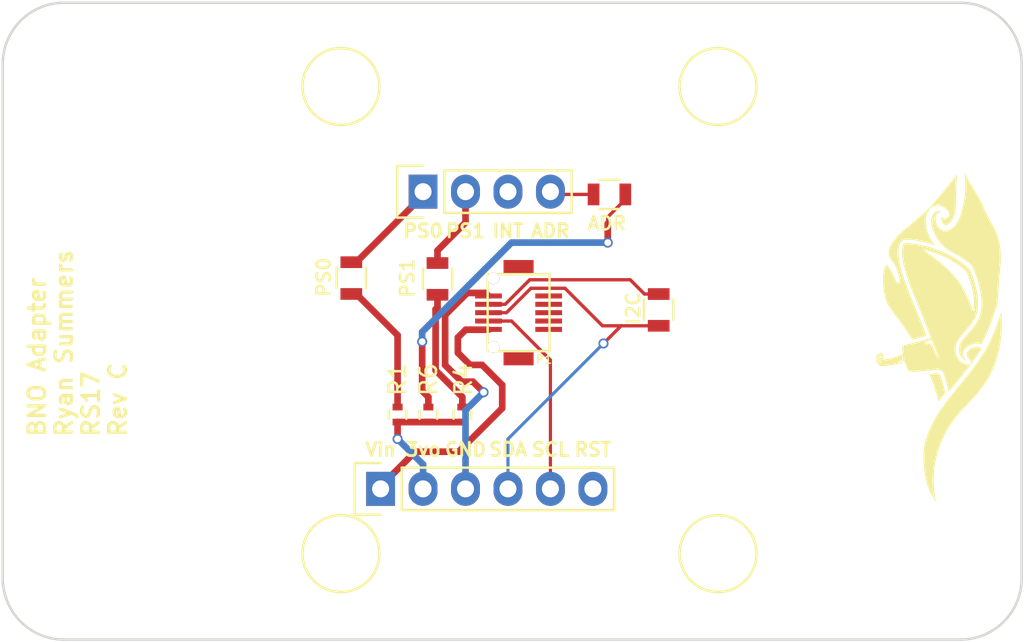
<source format=kicad_pcb>
(kicad_pcb (version 4) (host pcbnew 4.0.5-e0-6337~49~ubuntu16.04.1)

  (general
    (links 0)
    (no_connects 0)
    (area 99.035799 81.458999 160.145801 119.709001)
    (thickness 1.6)
    (drawings 31)
    (tracks 79)
    (zones 0)
    (modules 19)
    (nets 13)
  )

  (page A4)
  (layers
    (0 F.Cu signal)
    (31 B.Cu signal)
    (32 B.Adhes user)
    (33 F.Adhes user)
    (34 B.Paste user)
    (35 F.Paste user)
    (36 B.SilkS user)
    (37 F.SilkS user)
    (38 B.Mask user)
    (39 F.Mask user)
    (40 Dwgs.User user)
    (41 Cmts.User user)
    (42 Eco1.User user)
    (43 Eco2.User user)
    (44 Edge.Cuts user)
    (45 Margin user)
    (46 B.CrtYd user)
    (47 F.CrtYd user)
    (48 B.Fab user hide)
    (49 F.Fab user hide)
  )

  (setup
    (last_trace_width 0.2)
    (trace_clearance 0.17)
    (zone_clearance 0.508)
    (zone_45_only no)
    (trace_min 0.17)
    (segment_width 0.2)
    (edge_width 0.15)
    (via_size 0.6)
    (via_drill 0.4)
    (via_min_size 0.4)
    (via_min_drill 0.3)
    (uvia_size 0.3)
    (uvia_drill 0.1)
    (uvias_allowed no)
    (uvia_min_size 0.2)
    (uvia_min_drill 0.1)
    (pcb_text_width 0.3)
    (pcb_text_size 1.5 1.5)
    (mod_edge_width 0.15)
    (mod_text_size 1 1)
    (mod_text_width 0.15)
    (pad_size 1.524 1.524)
    (pad_drill 0.762)
    (pad_to_mask_clearance 0)
    (aux_axis_origin 0 0)
    (visible_elements FFFFFF7F)
    (pcbplotparams
      (layerselection 0x00030_80000001)
      (usegerberextensions false)
      (excludeedgelayer true)
      (linewidth 0.100000)
      (plotframeref false)
      (viasonmask false)
      (mode 1)
      (useauxorigin false)
      (hpglpennumber 1)
      (hpglpenspeed 20)
      (hpglpendiameter 15)
      (hpglpenoverlay 2)
      (psnegative false)
      (psa4output false)
      (plotreference true)
      (plotvalue true)
      (plotinvisibletext false)
      (padsonsilk false)
      (subtractmaskfromsilk false)
      (outputformat 1)
      (mirror false)
      (drillshape 1)
      (scaleselection 1)
      (outputdirectory ""))
  )

  (net 0 "")
  (net 1 /RX/SDA_0)
  (net 2 /SCL)
  (net 3 /Vbus)
  (net 4 /SDA_1)
  (net 5 GND)
  (net 6 /PS0)
  (net 7 /PS1)
  (net 8 /ADR)
  (net 9 /3v0)
  (net 10 "Net-(R1-Pad2)")
  (net 11 "Net-(R3-Pad1)")
  (net 12 "Net-(R5-Pad1)")

  (net_class Default "This is the default net class."
    (clearance 0.17)
    (trace_width 0.2)
    (via_dia 0.6)
    (via_drill 0.4)
    (uvia_dia 0.3)
    (uvia_drill 0.1)
    (add_net /3v0)
    (add_net /ADR)
    (add_net /PS0)
    (add_net /PS1)
    (add_net /RX/SDA_0)
    (add_net /SCL)
    (add_net /SDA_1)
    (add_net /Vbus)
    (add_net GND)
    (add_net "Net-(R1-Pad2)")
    (add_net "Net-(R3-Pad1)")
    (add_net "Net-(R5-Pad1)")
  )

  (module Mounting_Holes:MountingHole_3.7mm (layer F.Cu) (tedit 58C1A66B) (tstamp 58C1A67E)
    (at 156.2608 115.824)
    (descr "Mounting Hole 3.7mm, no annular")
    (tags "mounting hole 3.7mm no annular")
    (fp_text reference REF** (at 0 -4.7) (layer F.SilkS) hide
      (effects (font (size 1 1) (thickness 0.15)))
    )
    (fp_text value MountingHole_3.7mm (at 0 4.7) (layer F.Fab)
      (effects (font (size 1 1) (thickness 0.15)))
    )
    (fp_circle (center 0 0) (end 3.7 0) (layer Cmts.User) (width 0.15))
    (fp_circle (center 0 0) (end 3.95 0) (layer F.CrtYd) (width 0.05))
    (pad 1 np_thru_hole circle (at 0 0) (size 3.7 3.7) (drill 3.7) (layers *.Cu *.Mask))
  )

  (module Mounting_Holes:MountingHole_3.7mm (layer F.Cu) (tedit 58C1A66B) (tstamp 58C1A678)
    (at 156.2608 85.344)
    (descr "Mounting Hole 3.7mm, no annular")
    (tags "mounting hole 3.7mm no annular")
    (fp_text reference REF** (at 0 -4.7) (layer F.SilkS) hide
      (effects (font (size 1 1) (thickness 0.15)))
    )
    (fp_text value MountingHole_3.7mm (at 0 4.7) (layer F.Fab)
      (effects (font (size 1 1) (thickness 0.15)))
    )
    (fp_circle (center 0 0) (end 3.7 0) (layer Cmts.User) (width 0.15))
    (fp_circle (center 0 0) (end 3.95 0) (layer F.CrtYd) (width 0.05))
    (pad 1 np_thru_hole circle (at 0 0) (size 3.7 3.7) (drill 3.7) (layers *.Cu *.Mask))
  )

  (module Mounting_Holes:MountingHole_3.7mm (layer F.Cu) (tedit 58C1A66B) (tstamp 58C1A672)
    (at 102.9208 115.824)
    (descr "Mounting Hole 3.7mm, no annular")
    (tags "mounting hole 3.7mm no annular")
    (fp_text reference REF** (at 0 -4.7) (layer F.SilkS) hide
      (effects (font (size 1 1) (thickness 0.15)))
    )
    (fp_text value MountingHole_3.7mm (at 0 4.7) (layer F.Fab)
      (effects (font (size 1 1) (thickness 0.15)))
    )
    (fp_circle (center 0 0) (end 3.7 0) (layer Cmts.User) (width 0.15))
    (fp_circle (center 0 0) (end 3.95 0) (layer F.CrtYd) (width 0.05))
    (pad 1 np_thru_hole circle (at 0 0) (size 3.7 3.7) (drill 3.7) (layers *.Cu *.Mask))
  )

  (module Pin_Headers:Pin_Header_Straight_1x04 (layer F.Cu) (tedit 58261359) (tstamp 58260DF9)
    (at 124.2568 92.837 90)
    (descr "Through hole pin header")
    (tags "pin header")
    (path /582606FE)
    (fp_text reference P2 (at 0 -5.1 90) (layer F.SilkS) hide
      (effects (font (size 1 1) (thickness 0.15)))
    )
    (fp_text value CONN_01X04 (at 0 -3.1 90) (layer F.Fab)
      (effects (font (size 1 1) (thickness 0.15)))
    )
    (fp_line (start -1.75 -1.75) (end -1.75 9.4) (layer F.CrtYd) (width 0.05))
    (fp_line (start 1.75 -1.75) (end 1.75 9.4) (layer F.CrtYd) (width 0.05))
    (fp_line (start -1.75 -1.75) (end 1.75 -1.75) (layer F.CrtYd) (width 0.05))
    (fp_line (start -1.75 9.4) (end 1.75 9.4) (layer F.CrtYd) (width 0.05))
    (fp_line (start -1.27 1.27) (end -1.27 8.89) (layer F.SilkS) (width 0.15))
    (fp_line (start 1.27 1.27) (end 1.27 8.89) (layer F.SilkS) (width 0.15))
    (fp_line (start 1.55 -1.55) (end 1.55 0) (layer F.SilkS) (width 0.15))
    (fp_line (start -1.27 8.89) (end 1.27 8.89) (layer F.SilkS) (width 0.15))
    (fp_line (start 1.27 1.27) (end -1.27 1.27) (layer F.SilkS) (width 0.15))
    (fp_line (start -1.55 0) (end -1.55 -1.55) (layer F.SilkS) (width 0.15))
    (fp_line (start -1.55 -1.55) (end 1.55 -1.55) (layer F.SilkS) (width 0.15))
    (pad 1 thru_hole rect (at 0 0 90) (size 2.032 1.7272) (drill 1.016) (layers *.Cu *.Mask)
      (net 6 /PS0))
    (pad 2 thru_hole oval (at 0 2.54 90) (size 2.032 1.7272) (drill 1.016) (layers *.Cu *.Mask)
      (net 7 /PS1))
    (pad 3 thru_hole oval (at 0 5.08 90) (size 2.032 1.7272) (drill 1.016) (layers *.Cu *.Mask))
    (pad 4 thru_hole oval (at 0 7.62 90) (size 2.032 1.7272) (drill 1.016) (layers *.Cu *.Mask)
      (net 8 /ADR))
    (model Pin_Headers.3dshapes/Pin_Header_Straight_1x04.wrl
      (at (xyz 0 -0.15 -0.07000000000000001))
      (scale (xyz 1 1 1))
      (rotate (xyz 0 180 90))
    )
  )

  (module Pin_Headers:Pin_Header_Straight_1x06 (layer F.Cu) (tedit 582616ED) (tstamp 58260E0E)
    (at 121.7168 110.617 90)
    (descr "Through hole pin header")
    (tags "pin header")
    (path /5826076A)
    (fp_text reference P3 (at 0 -5.1 90) (layer F.SilkS) hide
      (effects (font (size 1 1) (thickness 0.15)))
    )
    (fp_text value CONN_01X06 (at 0 -3.1 90) (layer F.Fab)
      (effects (font (size 1 1) (thickness 0.15)))
    )
    (fp_line (start -1.75 -1.75) (end -1.75 14.45) (layer F.CrtYd) (width 0.05))
    (fp_line (start 1.75 -1.75) (end 1.75 14.45) (layer F.CrtYd) (width 0.05))
    (fp_line (start -1.75 -1.75) (end 1.75 -1.75) (layer F.CrtYd) (width 0.05))
    (fp_line (start -1.75 14.45) (end 1.75 14.45) (layer F.CrtYd) (width 0.05))
    (fp_line (start 1.27 1.27) (end 1.27 13.97) (layer F.SilkS) (width 0.15))
    (fp_line (start 1.27 13.97) (end -1.27 13.97) (layer F.SilkS) (width 0.15))
    (fp_line (start -1.27 13.97) (end -1.27 1.27) (layer F.SilkS) (width 0.15))
    (fp_line (start 1.55 -1.55) (end 1.55 0) (layer F.SilkS) (width 0.15))
    (fp_line (start 1.27 1.27) (end -1.27 1.27) (layer F.SilkS) (width 0.15))
    (fp_line (start -1.55 0) (end -1.55 -1.55) (layer F.SilkS) (width 0.15))
    (fp_line (start -1.55 -1.55) (end 1.55 -1.55) (layer F.SilkS) (width 0.15))
    (pad 1 thru_hole rect (at 0 0 90) (size 2.032 1.7272) (drill 1.016) (layers *.Cu *.Mask)
      (net 3 /Vbus))
    (pad 2 thru_hole oval (at 0 2.54 90) (size 2.032 1.7272) (drill 1.016) (layers *.Cu *.Mask)
      (net 9 /3v0))
    (pad 3 thru_hole oval (at 0 5.08 90) (size 2.032 1.7272) (drill 1.016) (layers *.Cu *.Mask)
      (net 5 GND))
    (pad 4 thru_hole oval (at 0 7.62 90) (size 2.032 1.7272) (drill 1.016) (layers *.Cu *.Mask)
      (net 1 /RX/SDA_0))
    (pad 5 thru_hole oval (at 0 10.16 90) (size 2.032 1.7272) (drill 1.016) (layers *.Cu *.Mask)
      (net 2 /SCL))
    (pad 6 thru_hole oval (at 0 12.7 90) (size 2.032 1.7272) (drill 1.016) (layers *.Cu *.Mask))
    (model Pin_Headers.3dshapes/Pin_Header_Straight_1x06.wrl
      (at (xyz 0 -0.25 -0.07000000000000001))
      (scale (xyz 1 1 1))
      (rotate (xyz 0 180 90))
    )
  )

  (module Resistors_SMD:R_0402 (layer F.Cu) (tedit 5415CBB8) (tstamp 58260E36)
    (at 122.7328 106.172 90)
    (descr "Resistor SMD 0402, reflow soldering, Vishay (see dcrcw.pdf)")
    (tags "resistor 0402")
    (path /58264133)
    (attr smd)
    (fp_text reference R1 (at 2.0955 0 90) (layer F.SilkS)
      (effects (font (size 1 1) (thickness 0.15)))
    )
    (fp_text value 10k (at 0 1.8 90) (layer F.Fab)
      (effects (font (size 1 1) (thickness 0.15)))
    )
    (fp_line (start -0.95 -0.65) (end 0.95 -0.65) (layer F.CrtYd) (width 0.05))
    (fp_line (start -0.95 0.65) (end 0.95 0.65) (layer F.CrtYd) (width 0.05))
    (fp_line (start -0.95 -0.65) (end -0.95 0.65) (layer F.CrtYd) (width 0.05))
    (fp_line (start 0.95 -0.65) (end 0.95 0.65) (layer F.CrtYd) (width 0.05))
    (fp_line (start 0.25 -0.525) (end -0.25 -0.525) (layer F.SilkS) (width 0.15))
    (fp_line (start -0.25 0.525) (end 0.25 0.525) (layer F.SilkS) (width 0.15))
    (pad 1 smd rect (at -0.45 0 90) (size 0.4 0.6) (layers F.Cu F.Paste F.Mask)
      (net 9 /3v0))
    (pad 2 smd rect (at 0.45 0 90) (size 0.4 0.6) (layers F.Cu F.Paste F.Mask)
      (net 10 "Net-(R1-Pad2)"))
    (model Resistors_SMD.3dshapes/R_0402.wrl
      (at (xyz 0 0 0))
      (scale (xyz 1 1 1))
      (rotate (xyz 0 0 0))
    )
  )

  (module Resistors_SMD:R_0402 (layer F.Cu) (tedit 5415CBB8) (tstamp 58260E5A)
    (at 126.6063 106.172 90)
    (descr "Resistor SMD 0402, reflow soldering, Vishay (see dcrcw.pdf)")
    (tags "resistor 0402")
    (path /582640FC)
    (attr smd)
    (fp_text reference R4 (at 2.0955 0.0635 90) (layer F.SilkS)
      (effects (font (size 1 1) (thickness 0.15)))
    )
    (fp_text value 10k (at 0 1.8 90) (layer F.Fab)
      (effects (font (size 1 1) (thickness 0.15)))
    )
    (fp_line (start -0.95 -0.65) (end 0.95 -0.65) (layer F.CrtYd) (width 0.05))
    (fp_line (start -0.95 0.65) (end 0.95 0.65) (layer F.CrtYd) (width 0.05))
    (fp_line (start -0.95 -0.65) (end -0.95 0.65) (layer F.CrtYd) (width 0.05))
    (fp_line (start 0.95 -0.65) (end 0.95 0.65) (layer F.CrtYd) (width 0.05))
    (fp_line (start 0.25 -0.525) (end -0.25 -0.525) (layer F.SilkS) (width 0.15))
    (fp_line (start -0.25 0.525) (end 0.25 0.525) (layer F.SilkS) (width 0.15))
    (pad 1 smd rect (at -0.45 0 90) (size 0.4 0.6) (layers F.Cu F.Paste F.Mask)
      (net 9 /3v0))
    (pad 2 smd rect (at 0.45 0 90) (size 0.4 0.6) (layers F.Cu F.Paste F.Mask)
      (net 11 "Net-(R3-Pad1)"))
    (model Resistors_SMD.3dshapes/R_0402.wrl
      (at (xyz 0 0 0))
      (scale (xyz 1 1 1))
      (rotate (xyz 0 0 0))
    )
  )

  (module Resistors_SMD:R_0402 (layer F.Cu) (tedit 5415CBB8) (tstamp 58260E72)
    (at 124.5743 106.172 90)
    (descr "Resistor SMD 0402, reflow soldering, Vishay (see dcrcw.pdf)")
    (tags "resistor 0402")
    (path /582622FA)
    (attr smd)
    (fp_text reference R6 (at 2.0955 0 90) (layer F.SilkS)
      (effects (font (size 1 1) (thickness 0.15)))
    )
    (fp_text value 10k (at 0 1.8 90) (layer F.Fab)
      (effects (font (size 1 1) (thickness 0.15)))
    )
    (fp_line (start -0.95 -0.65) (end 0.95 -0.65) (layer F.CrtYd) (width 0.05))
    (fp_line (start -0.95 0.65) (end 0.95 0.65) (layer F.CrtYd) (width 0.05))
    (fp_line (start -0.95 -0.65) (end -0.95 0.65) (layer F.CrtYd) (width 0.05))
    (fp_line (start 0.95 -0.65) (end 0.95 0.65) (layer F.CrtYd) (width 0.05))
    (fp_line (start 0.25 -0.525) (end -0.25 -0.525) (layer F.SilkS) (width 0.15))
    (fp_line (start -0.25 0.525) (end 0.25 0.525) (layer F.SilkS) (width 0.15))
    (pad 1 smd rect (at -0.45 0 90) (size 0.4 0.6) (layers F.Cu F.Paste F.Mask)
      (net 9 /3v0))
    (pad 2 smd rect (at 0.45 0 90) (size 0.4 0.6) (layers F.Cu F.Paste F.Mask)
      (net 12 "Net-(R5-Pad1)"))
    (model Resistors_SMD.3dshapes/R_0402.wrl
      (at (xyz 0 0 0))
      (scale (xyz 1 1 1))
      (rotate (xyz 0 0 0))
    )
  )

  (module robosub_footprints:3mm-10pos-receptacle (layer F.Cu) (tedit 5844CDD2) (tstamp 589D1A99)
    (at 129.9718 100.076 90)
    (path /589D4228)
    (attr smd)
    (fp_text reference P1 (at -2.794 1.524 180) (layer F.SilkS)
      (effects (font (size 0.5 0.5) (thickness 0.075)))
    )
    (fp_text value Mezzanine-Header (at 0.254 3.556 90) (layer F.Fab)
      (effects (font (size 1 1) (thickness 0.15)))
    )
    (fp_line (start 2.3 1.85) (end 2.3 -1.85) (layer F.SilkS) (width 0.15))
    (fp_line (start -2.3 -1.85) (end 2.3 -1.85) (layer F.SilkS) (width 0.15))
    (fp_line (start -2.3 1.85) (end 2.3 1.85) (layer F.SilkS) (width 0.15))
    (fp_line (start -2.3 1.85) (end -2.3 -1.85) (layer F.SilkS) (width 0.15))
    (pad "" thru_hole circle (at 2.05 -1.5 90) (size 0.7 0.7) (drill 0.7) (layers *.Cu *.Mask))
    (pad "" thru_hole circle (at -2.05 -1.5 90) (size 0.7 0.7) (drill 0.7) (layers *.Cu *.Mask))
    (pad 6 smd rect (at 0 1.8 90) (size 0.3 1.6) (layers F.Cu F.Paste F.Mask))
    (pad 10 smd rect (at 1 1.8 90) (size 0.3 1.6) (layers F.Cu F.Paste F.Mask))
    (pad 8 smd rect (at 0.5 1.8 90) (size 0.3 1.6) (layers F.Cu F.Paste F.Mask))
    (pad 2 smd rect (at -1 1.8 90) (size 0.3 1.6) (layers F.Cu F.Paste F.Mask))
    (pad 4 smd rect (at -0.5 1.8 90) (size 0.3 1.6) (layers F.Cu F.Paste F.Mask))
    (pad 5 smd rect (at 0 -1.8 90) (size 0.3 1.6) (layers F.Cu F.Paste F.Mask)
      (net 1 /RX/SDA_0))
    (pad 3 smd rect (at -0.5 -1.8 90) (size 0.3 1.6) (layers F.Cu F.Paste F.Mask)
      (net 2 /SCL))
    (pad 1 smd rect (at -1 -1.8 90) (size 0.3 1.6) (layers F.Cu F.Paste F.Mask)
      (net 3 /Vbus))
    (pad 9 smd rect (at 1 -1.8 90) (size 0.3 1.6) (layers F.Cu F.Paste F.Mask)
      (net 5 GND))
    (pad 7 smd rect (at 0.5 -1.8 90) (size 0.3 1.6) (layers F.Cu F.Paste F.Mask)
      (net 4 /SDA_1))
    (pad "" smd rect (at 2.75 0 90) (size 0.8 1.8) (layers F.Cu F.Paste F.Mask))
    (pad "" smd rect (at -2.75 0 90) (size 0.8 1.8) (layers F.Cu F.Paste F.Mask))
    (model robosub.3dshapes/3mm-10pos-receptacle.wrl
      (at (xyz 0 0 0))
      (scale (xyz 0.4 0.4 0.4))
      (rotate (xyz -90 0 0))
    )
  )

  (module Resistors_SMD:R_0805 (layer F.Cu) (tedit 589D11F1) (tstamp 589D1AC6)
    (at 119.9642 98.0059 90)
    (descr "Resistor SMD 0805, reflow soldering, Vishay (see dcrcw.pdf)")
    (tags "resistor 0805")
    (path /58261EA4)
    (attr smd)
    (fp_text reference R2 (at 0 -2.1 90) (layer F.SilkS) hide
      (effects (font (size 1 1) (thickness 0.15)))
    )
    (fp_text value 0 (at 0 2.1 90) (layer F.Fab)
      (effects (font (size 1 1) (thickness 0.15)))
    )
    (fp_line (start -1 0.625) (end -1 -0.625) (layer F.Fab) (width 0.1))
    (fp_line (start 1 0.625) (end -1 0.625) (layer F.Fab) (width 0.1))
    (fp_line (start 1 -0.625) (end 1 0.625) (layer F.Fab) (width 0.1))
    (fp_line (start -1 -0.625) (end 1 -0.625) (layer F.Fab) (width 0.1))
    (fp_line (start -1.6 -1) (end 1.6 -1) (layer F.CrtYd) (width 0.05))
    (fp_line (start -1.6 1) (end 1.6 1) (layer F.CrtYd) (width 0.05))
    (fp_line (start -1.6 -1) (end -1.6 1) (layer F.CrtYd) (width 0.05))
    (fp_line (start 1.6 -1) (end 1.6 1) (layer F.CrtYd) (width 0.05))
    (fp_line (start 0.6 0.875) (end -0.6 0.875) (layer F.SilkS) (width 0.15))
    (fp_line (start -0.6 -0.875) (end 0.6 -0.875) (layer F.SilkS) (width 0.15))
    (pad 1 smd rect (at -0.95 0 90) (size 0.7 1.3) (layers F.Cu F.Paste F.Mask)
      (net 10 "Net-(R1-Pad2)"))
    (pad 2 smd rect (at 0.95 0 90) (size 0.7 1.3) (layers F.Cu F.Paste F.Mask)
      (net 6 /PS0))
    (model Resistors_SMD.3dshapes/R_0805.wrl
      (at (xyz 0 0 0))
      (scale (xyz 1 1 1))
      (rotate (xyz 0 0 0))
    )
  )

  (module Resistors_SMD:R_0805 (layer F.Cu) (tedit 589D140D) (tstamp 589D1AD5)
    (at 125.1204 98.0567 90)
    (descr "Resistor SMD 0805, reflow soldering, Vishay (see dcrcw.pdf)")
    (tags "resistor 0805")
    (path /589D3633)
    (attr smd)
    (fp_text reference R3 (at 0 -2.1 90) (layer F.SilkS) hide
      (effects (font (size 1 1) (thickness 0.15)))
    )
    (fp_text value 0 (at 0 2.1 90) (layer F.Fab)
      (effects (font (size 1 1) (thickness 0.15)))
    )
    (fp_line (start -1 0.625) (end -1 -0.625) (layer F.Fab) (width 0.1))
    (fp_line (start 1 0.625) (end -1 0.625) (layer F.Fab) (width 0.1))
    (fp_line (start 1 -0.625) (end 1 0.625) (layer F.Fab) (width 0.1))
    (fp_line (start -1 -0.625) (end 1 -0.625) (layer F.Fab) (width 0.1))
    (fp_line (start -1.6 -1) (end 1.6 -1) (layer F.CrtYd) (width 0.05))
    (fp_line (start -1.6 1) (end 1.6 1) (layer F.CrtYd) (width 0.05))
    (fp_line (start -1.6 -1) (end -1.6 1) (layer F.CrtYd) (width 0.05))
    (fp_line (start 1.6 -1) (end 1.6 1) (layer F.CrtYd) (width 0.05))
    (fp_line (start 0.6 0.875) (end -0.6 0.875) (layer F.SilkS) (width 0.15))
    (fp_line (start -0.6 -0.875) (end 0.6 -0.875) (layer F.SilkS) (width 0.15))
    (pad 1 smd rect (at -0.95 0 90) (size 0.7 1.3) (layers F.Cu F.Paste F.Mask)
      (net 11 "Net-(R3-Pad1)"))
    (pad 2 smd rect (at 0.95 0 90) (size 0.7 1.3) (layers F.Cu F.Paste F.Mask)
      (net 7 /PS1))
    (model Resistors_SMD.3dshapes/R_0805.wrl
      (at (xyz 0 0 0))
      (scale (xyz 1 1 1))
      (rotate (xyz 0 0 0))
    )
  )

  (module Resistors_SMD:R_0805 (layer F.Cu) (tedit 589D11EE) (tstamp 589D1AE4)
    (at 135.4074 93.0021 180)
    (descr "Resistor SMD 0805, reflow soldering, Vishay (see dcrcw.pdf)")
    (tags "resistor 0805")
    (path /589D3689)
    (attr smd)
    (fp_text reference R5 (at 0.315 -2.286 180) (layer F.SilkS) hide
      (effects (font (size 1 1) (thickness 0.15)))
    )
    (fp_text value 0 (at 0 2.1 180) (layer F.Fab)
      (effects (font (size 1 1) (thickness 0.15)))
    )
    (fp_line (start -1 0.625) (end -1 -0.625) (layer F.Fab) (width 0.1))
    (fp_line (start 1 0.625) (end -1 0.625) (layer F.Fab) (width 0.1))
    (fp_line (start 1 -0.625) (end 1 0.625) (layer F.Fab) (width 0.1))
    (fp_line (start -1 -0.625) (end 1 -0.625) (layer F.Fab) (width 0.1))
    (fp_line (start -1.6 -1) (end 1.6 -1) (layer F.CrtYd) (width 0.05))
    (fp_line (start -1.6 1) (end 1.6 1) (layer F.CrtYd) (width 0.05))
    (fp_line (start -1.6 -1) (end -1.6 1) (layer F.CrtYd) (width 0.05))
    (fp_line (start 1.6 -1) (end 1.6 1) (layer F.CrtYd) (width 0.05))
    (fp_line (start 0.6 0.875) (end -0.6 0.875) (layer F.SilkS) (width 0.15))
    (fp_line (start -0.6 -0.875) (end 0.6 -0.875) (layer F.SilkS) (width 0.15))
    (pad 1 smd rect (at -0.95 0 180) (size 0.7 1.3) (layers F.Cu F.Paste F.Mask)
      (net 12 "Net-(R5-Pad1)"))
    (pad 2 smd rect (at 0.95 0 180) (size 0.7 1.3) (layers F.Cu F.Paste F.Mask)
      (net 8 /ADR))
    (model Resistors_SMD.3dshapes/R_0805.wrl
      (at (xyz 0 0 0))
      (scale (xyz 1 1 1))
      (rotate (xyz 0 0 0))
    )
  )

  (module Resistors_SMD:R_0805 (layer F.Cu) (tedit 589D1416) (tstamp 589D1AF3)
    (at 138.3538 99.9109 270)
    (descr "Resistor SMD 0805, reflow soldering, Vishay (see dcrcw.pdf)")
    (tags "resistor 0805")
    (path /589D3DAE)
    (attr smd)
    (fp_text reference R7 (at 0 -2.1 270) (layer F.SilkS) hide
      (effects (font (size 1 1) (thickness 0.15)))
    )
    (fp_text value 0 (at 0 2.1 270) (layer F.Fab)
      (effects (font (size 1 1) (thickness 0.15)))
    )
    (fp_line (start -1 0.625) (end -1 -0.625) (layer F.Fab) (width 0.1))
    (fp_line (start 1 0.625) (end -1 0.625) (layer F.Fab) (width 0.1))
    (fp_line (start 1 -0.625) (end 1 0.625) (layer F.Fab) (width 0.1))
    (fp_line (start -1 -0.625) (end 1 -0.625) (layer F.Fab) (width 0.1))
    (fp_line (start -1.6 -1) (end 1.6 -1) (layer F.CrtYd) (width 0.05))
    (fp_line (start -1.6 1) (end 1.6 1) (layer F.CrtYd) (width 0.05))
    (fp_line (start -1.6 -1) (end -1.6 1) (layer F.CrtYd) (width 0.05))
    (fp_line (start 1.6 -1) (end 1.6 1) (layer F.CrtYd) (width 0.05))
    (fp_line (start 0.6 0.875) (end -0.6 0.875) (layer F.SilkS) (width 0.15))
    (fp_line (start -0.6 -0.875) (end 0.6 -0.875) (layer F.SilkS) (width 0.15))
    (pad 1 smd rect (at -0.95 0 270) (size 0.7 1.3) (layers F.Cu F.Paste F.Mask)
      (net 4 /SDA_1))
    (pad 2 smd rect (at 0.95 0 270) (size 0.7 1.3) (layers F.Cu F.Paste F.Mask)
      (net 1 /RX/SDA_0))
    (model Resistors_SMD.3dshapes/R_0805.wrl
      (at (xyz 0 0 0))
      (scale (xyz 1 1 1))
      (rotate (xyz 0 0 0))
    )
  )

  (module robosub_footprints:3mm-support (layer F.Cu) (tedit 58B1B9D1) (tstamp 58B1CD5F)
    (at 141.9042 86.548204)
    (path /589D2B8C)
    (fp_text reference P4 (at 3.81 1.27) (layer F.SilkS) hide
      (effects (font (size 1 1) (thickness 0.15)))
    )
    (fp_text value Spacer (at 0 -0.5) (layer F.Fab)
      (effects (font (size 1 1) (thickness 0.15)))
    )
    (fp_circle (center 0 0) (end 2.3 0) (layer F.SilkS) (width 0.15))
    (pad "" np_thru_hole circle (at 0 0) (size 2.5 2.5) (drill 2.5) (layers *.Cu *.Mask))
    (model robosub.3dshapes/3mm-support.wrl
      (at (xyz 0 0 0.118))
      (scale (xyz 0.4 0.4 0.4))
      (rotate (xyz 90 0 0))
    )
  )

  (module robosub_footprints:3mm-support (layer F.Cu) (tedit 58B1B9D1) (tstamp 58B1CD65)
    (at 119.3442 114.488204)
    (path /58B1EC87)
    (fp_text reference P5 (at 3.81 1.27) (layer F.SilkS) hide
      (effects (font (size 1 1) (thickness 0.15)))
    )
    (fp_text value Spacer (at 0 -0.5) (layer F.Fab)
      (effects (font (size 1 1) (thickness 0.15)))
    )
    (fp_circle (center 0 0) (end 2.3 0) (layer F.SilkS) (width 0.15))
    (pad "" np_thru_hole circle (at 0 0) (size 2.5 2.5) (drill 2.5) (layers *.Cu *.Mask))
    (model robosub.3dshapes/3mm-support.wrl
      (at (xyz 0 0 0.118))
      (scale (xyz 0.4 0.4 0.4))
      (rotate (xyz 90 0 0))
    )
  )

  (module robosub_footprints:3mm-support (layer F.Cu) (tedit 58B1B9D1) (tstamp 58B1CD6B)
    (at 119.3442 86.548204)
    (path /58B1ECCB)
    (fp_text reference P6 (at 3.81 1.27) (layer F.SilkS) hide
      (effects (font (size 1 1) (thickness 0.15)))
    )
    (fp_text value Spacer (at 0 -0.5) (layer F.Fab)
      (effects (font (size 1 1) (thickness 0.15)))
    )
    (fp_circle (center 0 0) (end 2.3 0) (layer F.SilkS) (width 0.15))
    (pad "" np_thru_hole circle (at 0 0) (size 2.5 2.5) (drill 2.5) (layers *.Cu *.Mask))
    (model robosub.3dshapes/3mm-support.wrl
      (at (xyz 0 0 0.118))
      (scale (xyz 0.4 0.4 0.4))
      (rotate (xyz 90 0 0))
    )
  )

  (module robosub_footprints:3mm-support (layer F.Cu) (tedit 58B1B9D1) (tstamp 58B1CD71)
    (at 141.9042 114.488204)
    (path /58B1ED0E)
    (fp_text reference P7 (at 3.81 1.27) (layer F.SilkS) hide
      (effects (font (size 1 1) (thickness 0.15)))
    )
    (fp_text value Spacer (at 0 -0.5) (layer F.Fab)
      (effects (font (size 1 1) (thickness 0.15)))
    )
    (fp_circle (center 0 0) (end 2.3 0) (layer F.SilkS) (width 0.15))
    (pad "" np_thru_hole circle (at 0 0) (size 2.5 2.5) (drill 2.5) (layers *.Cu *.Mask))
    (model robosub.3dshapes/3mm-support.wrl
      (at (xyz 0 0 0.118))
      (scale (xyz 0.4 0.4 0.4))
      (rotate (xyz 90 0 0))
    )
  )

  (module robosub_footprints:robosub_logo-large (layer F.Cu) (tedit 0) (tstamp 58B1D052)
    (at 155.3718 101.3714 90)
    (fp_text reference G*** (at 0 0 90) (layer F.SilkS) hide
      (effects (font (thickness 0.3)))
    )
    (fp_text value LOGO (at 0.75 0 90) (layer F.SilkS) hide
      (effects (font (thickness 0.3)))
    )
    (fp_poly (pts (xy -7.261044 -1.173558) (xy -7.216409 -1.173151) (xy -7.176417 -1.172342) (xy -7.139394 -1.171046)
      (xy -7.103663 -1.169181) (xy -7.067549 -1.166662) (xy -7.029374 -1.163407) (xy -6.987463 -1.15933)
      (xy -6.953069 -1.155737) (xy -6.798723 -1.135898) (xy -6.643232 -1.109171) (xy -6.486482 -1.075507)
      (xy -6.328358 -1.034861) (xy -6.168746 -0.987184) (xy -6.00753 -0.93243) (xy -5.844595 -0.870552)
      (xy -5.679828 -0.801502) (xy -5.513113 -0.725234) (xy -5.344336 -0.641699) (xy -5.173382 -0.550852)
      (xy -5.000137 -0.452644) (xy -4.824485 -0.347029) (xy -4.646312 -0.23396) (xy -4.54 -0.16376)
      (xy -4.473866 -0.119145) (xy -4.408044 -0.074063) (xy -4.34216 -0.028229) (xy -4.275843 0.018641)
      (xy -4.208721 0.066833) (xy -4.140419 0.116631) (xy -4.070568 0.168321) (xy -3.998793 0.222186)
      (xy -3.924722 0.278513) (xy -3.847983 0.337585) (xy -3.768204 0.399689) (xy -3.685012 0.465108)
      (xy -3.598035 0.534128) (xy -3.506899 0.607033) (xy -3.411234 0.684109) (xy -3.310665 0.76564)
      (xy -3.204821 0.851911) (xy -3.1 0.937735) (xy -3.00952 1.011928) (xy -2.924831 1.081296)
      (xy -2.845576 1.146127) (xy -2.771393 1.20671) (xy -2.701924 1.263332) (xy -2.636809 1.316283)
      (xy -2.575688 1.36585) (xy -2.518201 1.412322) (xy -2.463989 1.455987) (xy -2.412692 1.497134)
      (xy -2.36395 1.536051) (xy -2.317403 1.573027) (xy -2.272692 1.608349) (xy -2.229457 1.642306)
      (xy -2.187339 1.675187) (xy -2.145977 1.70728) (xy -2.105012 1.738873) (xy -2.064084 1.770255)
      (xy -2.022834 1.801713) (xy -2.012 1.809949) (xy -1.885049 1.905148) (xy -1.75763 1.998236)
      (xy -1.630439 2.088745) (xy -1.504173 2.176209) (xy -1.37953 2.26016) (xy -1.257207 2.34013)
      (xy -1.1379 2.415652) (xy -1.022306 2.486258) (xy -0.911122 2.551481) (xy -0.88 2.569211)
      (xy -0.786719 2.620795) (xy -0.68703 2.67369) (xy -0.582278 2.727222) (xy -0.473806 2.780721)
      (xy -0.362959 2.833516) (xy -0.25108 2.884933) (xy -0.223726 2.897217) (xy -0.137439 2.935197)
      (xy -0.046941 2.973869) (xy 0.048098 3.01336) (xy 0.148007 3.053796) (xy 0.253115 3.095303)
      (xy 0.363753 3.138007) (xy 0.480248 3.182034) (xy 0.60293 3.227512) (xy 0.732129 3.274564)
      (xy 0.868175 3.323319) (xy 1.011395 3.373902) (xy 1.116 3.410432) (xy 1.150846 3.42255)
      (xy 1.183459 3.433895) (xy 1.213041 3.444188) (xy 1.238793 3.453153) (xy 1.259918 3.460511)
      (xy 1.275618 3.465985) (xy 1.285097 3.469297) (xy 1.287572 3.470169) (xy 1.291477 3.472956)
      (xy 1.291242 3.474091) (xy 1.28623 3.475429) (xy 1.274016 3.477113) (xy 1.25539 3.479086)
      (xy 1.231138 3.481295) (xy 1.202051 3.483685) (xy 1.168915 3.4862) (xy 1.132519 3.488786)
      (xy 1.093653 3.49139) (xy 1.053103 3.493955) (xy 1.01166 3.496427) (xy 0.97011 3.498751)
      (xy 0.929242 3.500874) (xy 0.889846 3.502739) (xy 0.86 3.504006) (xy 0.829138 3.504998)
      (xy 0.791569 3.505807) (xy 0.748582 3.506436) (xy 0.701466 3.506884) (xy 0.651511 3.507152)
      (xy 0.600008 3.507242) (xy 0.548247 3.507152) (xy 0.497516 3.506886) (xy 0.449106 3.506442)
      (xy 0.404307 3.505822) (xy 0.364409 3.505026) (xy 0.330701 3.504054) (xy 0.322 3.503729)
      (xy 0.097961 3.4913) (xy -0.124556 3.471964) (xy -0.345248 3.445803) (xy -0.563813 3.412897)
      (xy -0.779948 3.373328) (xy -0.99335 3.327177) (xy -1.203716 3.274524) (xy -1.410742 3.215451)
      (xy -1.614127 3.150037) (xy -1.813567 3.078365) (xy -2.00876 3.000515) (xy -2.199401 2.916568)
      (xy -2.38519 2.826605) (xy -2.56 2.733935) (xy -2.6526 2.681628) (xy -2.741593 2.629175)
      (xy -2.828195 2.575769) (xy -2.913619 2.520603) (xy -2.999079 2.462868) (xy -3.085791 2.401757)
      (xy -3.174968 2.336463) (xy -3.267824 2.266179) (xy -3.296 2.244448) (xy -3.344157 2.206941)
      (xy -3.390333 2.170488) (xy -3.435047 2.13463) (xy -3.478819 2.098908) (xy -3.522168 2.062861)
      (xy -3.565614 2.026029) (xy -3.609676 1.987953) (xy -3.654873 1.948173) (xy -3.701725 1.906229)
      (xy -3.750752 1.861662) (xy -3.802472 1.814011) (xy -3.857406 1.762816) (xy -3.916072 1.707619)
      (xy -3.97899 1.647958) (xy -4.04668 1.583375) (xy -4.093756 1.538277) (xy -4.163558 1.471379)
      (xy -4.228079 1.409689) (xy -4.287749 1.352819) (xy -4.343001 1.300377) (xy -4.394267 1.251973)
      (xy -4.441978 1.207217) (xy -4.486567 1.165718) (xy -4.528466 1.127087) (xy -4.568106 1.090933)
      (xy -4.60592 1.056866) (xy -4.642338 1.024495) (xy -4.677794 0.993431) (xy -4.712719 0.963283)
      (xy -4.747545 0.93366) (xy -4.782704 0.904172) (xy -4.818628 0.87443) (xy -4.855748 0.844043)
      (xy -4.894497 0.81262) (xy -4.916 0.795285) (xy -5.039476 0.69779) (xy -5.160011 0.606509)
      (xy -5.278692 0.520743) (xy -5.396605 0.439791) (xy -5.514833 0.362954) (xy -5.634462 0.289532)
      (xy -5.756578 0.218826) (xy -5.882266 0.150135) (xy -6.012611 0.08276) (xy -6.05 0.06408)
      (xy -6.24818 -0.029849) (xy -6.449086 -0.116429) (xy -6.652488 -0.195615) (xy -6.858154 -0.267361)
      (xy -7.065852 -0.331622) (xy -7.27535 -0.388351) (xy -7.486415 -0.437504) (xy -7.698817 -0.479034)
      (xy -7.912323 -0.512895) (xy -8.126702 -0.539043) (xy -8.341721 -0.557431) (xy -8.557149 -0.568014)
      (xy -8.772754 -0.570745) (xy -8.988303 -0.56558) (xy -9.186 -0.553842) (xy -9.356537 -0.538091)
      (xy -9.527748 -0.516962) (xy -9.697133 -0.4908) (xy -9.854113 -0.461592) (xy -9.887651 -0.454824)
      (xy -9.914171 -0.449538) (xy -9.934491 -0.445601) (xy -9.949427 -0.442884) (xy -9.959799 -0.441257)
      (xy -9.966424 -0.440589) (xy -9.97012 -0.440749) (xy -9.971703 -0.441607) (xy -9.972001 -0.442778)
      (xy -9.968668 -0.448848) (xy -9.959015 -0.458678) (xy -9.943555 -0.471873) (xy -9.922804 -0.488038)
      (xy -9.897278 -0.506779) (xy -9.86749 -0.527699) (xy -9.833956 -0.550405) (xy -9.81746 -0.56131)
      (xy -9.694822 -0.637286) (xy -9.565979 -0.708329) (xy -9.431063 -0.774391) (xy -9.290206 -0.835423)
      (xy -9.143538 -0.891377) (xy -8.991193 -0.942205) (xy -8.8333 -0.987858) (xy -8.669991 -1.028287)
      (xy -8.501399 -1.063444) (xy -8.410964 -1.07975) (xy -8.263748 -1.10291) (xy -8.111218 -1.123098)
      (xy -7.955353 -1.140147) (xy -7.798134 -1.153887) (xy -7.641539 -1.164148) (xy -7.48755 -1.170763)
      (xy -7.338145 -1.173561) (xy -7.312 -1.173646) (xy -7.261044 -1.173558)) (layer F.SilkS) (width 0.01))
    (fp_poly (pts (xy 6.83964 -0.701523) (xy 6.915379 -0.692123) (xy 6.988567 -0.676261) (xy 7.058336 -0.654094)
      (xy 7.123812 -0.625776) (xy 7.136 -0.619555) (xy 7.170853 -0.599629) (xy 7.205302 -0.576846)
      (xy 7.238273 -0.552139) (xy 7.268693 -0.526441) (xy 7.295486 -0.500687) (xy 7.31758 -0.475808)
      (xy 7.333899 -0.452739) (xy 7.339189 -0.442957) (xy 7.355834 -0.39904) (xy 7.365201 -0.352717)
      (xy 7.367241 -0.305011) (xy 7.361904 -0.256943) (xy 7.350348 -0.213024) (xy 7.34284 -0.192798)
      (xy 7.334521 -0.173358) (xy 7.326408 -0.156907) (xy 7.319519 -0.145651) (xy 7.318869 -0.144811)
      (xy 7.314101 -0.142318) (xy 7.310355 -0.146759) (xy 7.308279 -0.15708) (xy 7.308061 -0.162488)
      (xy 7.306609 -0.17617) (xy 7.302766 -0.195074) (xy 7.297147 -0.217009) (xy 7.290369 -0.239786)
      (xy 7.283048 -0.261212) (xy 7.2758 -0.279097) (xy 7.274457 -0.281966) (xy 7.253273 -0.316963)
      (xy 7.22517 -0.349083) (xy 7.190854 -0.377875) (xy 7.151029 -0.402888) (xy 7.106402 -0.423671)
      (xy 7.057675 -0.439773) (xy 7.012295 -0.449658) (xy 6.985529 -0.452943) (xy 6.95326 -0.454984)
      (xy 6.917885 -0.455775) (xy 6.881804 -0.455311) (xy 6.847416 -0.453585) (xy 6.817121 -0.450593)
      (xy 6.813763 -0.450133) (xy 6.786898 -0.445797) (xy 6.756061 -0.439976) (xy 6.723199 -0.433113)
      (xy 6.690259 -0.42565) (xy 6.659188 -0.41803) (xy 6.631931 -0.410696) (xy 6.610437 -0.404092)
      (xy 6.60865 -0.403478) (xy 6.547927 -0.378538) (xy 6.489152 -0.346937) (xy 6.433377 -0.309492)
      (xy 6.381653 -0.267023) (xy 6.335032 -0.220349) (xy 6.294564 -0.170288) (xy 6.278082 -0.146)
      (xy 6.247645 -0.092079) (xy 6.22291 -0.035126) (xy 6.204677 0.022866) (xy 6.197801 0.054)
      (xy 6.193885 0.084475) (xy 6.192175 0.120161) (xy 6.192583 0.158604) (xy 6.19502 0.197348)
      (xy 6.199399 0.233941) (xy 6.205371 0.264867) (xy 6.226675 0.335784) (xy 6.255754 0.405092)
      (xy 6.292524 0.472665) (xy 6.336898 0.538376) (xy 6.388793 0.6021) (xy 6.448122 0.663712)
      (xy 6.514799 0.723085) (xy 6.518 0.725725) (xy 6.556789 0.756785) (xy 6.593668 0.784384)
      (xy 6.630261 0.809549) (xy 6.66819 0.833303) (xy 6.709081 0.856669) (xy 6.754556 0.880674)
      (xy 6.798 0.902329) (xy 6.893016 0.946955) (xy 6.989521 0.988702) (xy 7.088064 1.027719)
      (xy 7.189194 1.064153) (xy 7.29346 1.09815) (xy 7.40141 1.129857) (xy 7.513594 1.159422)
      (xy 7.63056 1.186992) (xy 7.752858 1.212713) (xy 7.881036 1.236733) (xy 8.015644 1.259198)
      (xy 8.15723 1.280256) (xy 8.262 1.294395) (xy 8.319598 1.301839) (xy 8.370232 1.308289)
      (xy 8.414868 1.313815) (xy 8.454471 1.318488) (xy 8.490007 1.322377) (xy 8.52244 1.325553)
      (xy 8.552735 1.328083) (xy 8.581859 1.33004) (xy 8.610777 1.331491) (xy 8.640453 1.332508)
      (xy 8.671854 1.33316) (xy 8.705944 1.333516) (xy 8.74369 1.333647) (xy 8.786055 1.333623)
      (xy 8.804 1.333586) (xy 8.840625 1.33347) (xy 8.874133 1.33327) (xy 8.905315 1.332949)
      (xy 8.934967 1.332471) (xy 8.96388 1.331796) (xy 8.992849 1.330889) (xy 9.022665 1.329711)
      (xy 9.054124 1.328225) (xy 9.088017 1.326394) (xy 9.125138 1.32418) (xy 9.166281 1.321546)
      (xy 9.212238 1.318455) (xy 9.263803 1.314868) (xy 9.32177 1.310749) (xy 9.386 1.306127)
      (xy 9.425819 1.303267) (xy 9.464698 1.300505) (xy 9.501596 1.297913) (xy 9.535473 1.295562)
      (xy 9.565289 1.293525) (xy 9.590003 1.291873) (xy 9.608576 1.290678) (xy 9.618 1.290116)
      (xy 9.638432 1.28888) (xy 9.658178 1.2875) (xy 9.674489 1.286176) (xy 9.682 1.285435)
      (xy 9.692144 1.284605) (xy 9.697244 1.285098) (xy 9.6969 1.287158) (xy 9.690711 1.291032)
      (xy 9.678276 1.296963) (xy 9.659196 1.305196) (xy 9.633069 1.315976) (xy 9.63 1.317226)
      (xy 9.538171 1.356187) (xy 9.4433 1.399651) (xy 9.34492 1.447858) (xy 9.242564 1.501043)
      (xy 9.135767 1.559445) (xy 9.024063 1.623303) (xy 8.984 1.646821) (xy 8.962845 1.659408)
      (xy 8.93575 1.675673) (xy 8.903583 1.695087) (xy 8.867211 1.717121) (xy 8.827499 1.741249)
      (xy 8.785314 1.766942) (xy 8.741523 1.793673) (xy 8.696993 1.820913) (xy 8.65259 1.848134)
      (xy 8.609181 1.87481) (xy 8.567632 1.900411) (xy 8.564 1.902653) (xy 8.455309 1.969179)
      (xy 8.352607 2.030854) (xy 8.255631 2.08782) (xy 8.164116 2.140217) (xy 8.0778 2.188188)
      (xy 7.99642 2.231873) (xy 7.919713 2.271413) (xy 7.847414 2.30695) (xy 7.779262 2.338625)
      (xy 7.714992 2.366578) (xy 7.654343 2.390952) (xy 7.65169 2.391968) (xy 7.603147 2.410912)
      (xy 7.554368 2.430747) (xy 7.504849 2.451723) (xy 7.454084 2.474088) (xy 7.401572 2.498091)
      (xy 7.346808 2.523983) (xy 7.289287 2.552013) (xy 7.228507 2.582429) (xy 7.163962 2.615481)
      (xy 7.09515 2.651418) (xy 7.021567 2.69049) (xy 6.942707 2.732945) (xy 6.858069 2.779034)
      (xy 6.767147 2.829004) (xy 6.758 2.834053) (xy 6.667467 2.883752) (xy 6.58306 2.929461)
      (xy 6.504155 2.971489) (xy 6.430131 3.010143) (xy 6.360363 3.04573) (xy 6.29423 3.078558)
      (xy 6.231107 3.108934) (xy 6.170374 3.137165) (xy 6.111405 3.16356) (xy 6.05358 3.188425)
      (xy 5.996274 3.212067) (xy 5.974 3.220996) (xy 5.854351 3.265574) (xy 5.732624 3.304891)
      (xy 5.608093 3.339105) (xy 5.480031 3.368373) (xy 5.347713 3.392855) (xy 5.210412 3.412707)
      (xy 5.067401 3.428089) (xy 4.996 3.433969) (xy 4.974605 3.435387) (xy 4.947822 3.436881)
      (xy 4.916786 3.438411) (xy 4.882632 3.439938) (xy 4.846496 3.441421) (xy 4.809512 3.442822)
      (xy 4.772816 3.444099) (xy 4.737543 3.445213) (xy 4.704829 3.446124) (xy 4.675808 3.446792)
      (xy 4.651616 3.447178) (xy 4.633389 3.447241) (xy 4.624 3.447039) (xy 4.613715 3.446694)
      (xy 4.597321 3.446289) (xy 4.576706 3.445864) (xy 4.55376 3.44546) (xy 4.542 3.445278)
      (xy 4.484941 3.444012) (xy 4.421768 3.441847) (xy 4.353795 3.438873) (xy 4.282338 3.435177)
      (xy 4.20871 3.43085) (xy 4.134228 3.42598) (xy 4.060204 3.420656) (xy 3.987955 3.414968)
      (xy 3.918795 3.409005) (xy 3.854038 3.402856) (xy 3.795 3.396609) (xy 3.756 3.392005)
      (xy 3.712965 3.386785) (xy 3.669235 3.38176) (xy 3.624282 3.376888) (xy 3.577578 3.372127)
      (xy 3.528595 3.367433) (xy 3.476805 3.362764) (xy 3.421681 3.358078) (xy 3.362695 3.353331)
      (xy 3.299319 3.348481) (xy 3.231024 3.343485) (xy 3.157284 3.338301) (xy 3.07757 3.332886)
      (xy 2.991354 3.327197) (xy 2.898109 3.321191) (xy 2.816 3.315999) (xy 2.711125 3.309313)
      (xy 2.613664 3.302882) (xy 2.523035 3.296653) (xy 2.438655 3.290574) (xy 2.359945 3.284593)
      (xy 2.286323 3.278658) (xy 2.217207 3.272717) (xy 2.152017 3.266719) (xy 2.09017 3.260611)
      (xy 2.031086 3.254342) (xy 1.974184 3.247859) (xy 1.918882 3.24111) (xy 1.864599 3.234044)
      (xy 1.810754 3.226608) (xy 1.802 3.225361) (xy 1.702 3.21105) (xy 1.452 3.127074)
      (xy 1.295642 3.074167) (xy 1.146596 3.022927) (xy 1.004391 2.973172) (xy 0.868555 2.924722)
      (xy 0.738616 2.877393) (xy 0.614103 2.831003) (xy 0.494544 2.785372) (xy 0.379469 2.740317)
      (xy 0.268405 2.695657) (xy 0.160881 2.651209) (xy 0.056426 2.606791) (xy -0.045433 2.562222)
      (xy -0.145165 2.51732) (xy -0.228 2.479045) (xy -0.256232 2.465723) (xy -0.287129 2.450927)
      (xy -0.319889 2.43506) (xy -0.353708 2.418524) (xy -0.387782 2.401723) (xy -0.421307 2.38506)
      (xy -0.453481 2.368939) (xy -0.483499 2.353762) (xy -0.510558 2.339932) (xy -0.533854 2.327854)
      (xy -0.552583 2.317929) (xy -0.565942 2.310561) (xy -0.573127 2.306154) (xy -0.573928 2.305501)
      (xy -0.578609 2.295654) (xy -0.579838 2.279676) (xy -0.577684 2.258618) (xy -0.572217 2.233531)
      (xy -0.568274 2.21984) (xy -0.563047 2.202711) (xy -0.559079 2.188552) (xy -0.556105 2.175658)
      (xy -0.553859 2.162322) (xy -0.552074 2.146838) (xy -0.550484 2.1275) (xy -0.548825 2.102601)
      (xy -0.548038 2.09) (xy -0.546564 2.009012) (xy -0.551975 1.928168) (xy -0.563996 1.848148)
      (xy -0.582356 1.769633) (xy -0.606783 1.693306) (xy -0.637002 1.619847) (xy -0.672742 1.549939)
      (xy -0.71373 1.484263) (xy -0.759694 1.423499) (xy -0.81036 1.368331) (xy -0.851911 1.330508)
      (xy -0.900808 1.292034) (xy -0.94743 1.2607) (xy -0.992391 1.236185) (xy -1.036302 1.218168)
      (xy -1.079775 1.206328) (xy -1.093521 1.203819) (xy -1.114596 1.201647) (xy -1.141133 1.200732)
      (xy -1.170707 1.200991) (xy -1.200893 1.202338) (xy -1.229267 1.204691) (xy -1.253404 1.207965)
      (xy -1.262 1.209663) (xy -1.310173 1.222866) (xy -1.361402 1.24119) (xy -1.413525 1.263688)
      (xy -1.464379 1.289418) (xy -1.511801 1.317434) (xy -1.518 1.321456) (xy -1.533532 1.331298)
      (xy -1.546474 1.338819) (xy -1.555499 1.343297) (xy -1.559282 1.344008) (xy -1.5593 1.343966)
      (xy -1.5582 1.338387) (xy -1.553763 1.327482) (xy -1.546774 1.312779) (xy -1.538017 1.295809)
      (xy -1.528279 1.278101) (xy -1.518344 1.261185) (xy -1.510311 1.248541) (xy -1.472422 1.198662)
      (xy -1.427861 1.152237) (xy -1.377357 1.109687) (xy -1.321642 1.071434) (xy -1.261445 1.037898)
      (xy -1.197498 1.009502) (xy -1.13053 0.986666) (xy -1.061272 0.969812) (xy -1.013695 0.962043)
      (xy -0.961297 0.957313) (xy -0.904686 0.955993) (xy -0.84662 0.957971) (xy -0.789853 0.963135)
      (xy -0.737144 0.971376) (xy -0.726 0.973669) (xy -0.658252 0.991618) (xy -0.59132 1.015709)
      (xy -0.527237 1.0451) (xy -0.46804 1.078944) (xy -0.460498 1.083833) (xy -0.42747 1.106467)
      (xy -0.388951 1.134491) (xy -0.345178 1.167711) (xy -0.29639 1.205935) (xy -0.242825 1.248971)
      (xy -0.184723 1.296625) (xy -0.122322 1.348704) (xy -0.055861 1.405016) (xy 0.014423 1.465369)
      (xy 0.052 1.497935) (xy 0.124261 1.560415) (xy 0.191356 1.61771) (xy 0.253819 1.670244)
      (xy 0.312188 1.718441) (xy 0.366997 1.762727) (xy 0.418783 1.803527) (xy 0.468082 1.841265)
      (xy 0.515428 1.876367) (xy 0.561359 1.909256) (xy 0.60641 1.940359) (xy 0.63 1.956188)
      (xy 0.71186 2.008364) (xy 0.793917 2.056328) (xy 0.875372 2.0997) (xy 0.955427 2.138097)
      (xy 1.033284 2.171138) (xy 1.108145 2.198441) (xy 1.179212 2.219625) (xy 1.182841 2.220566)
      (xy 1.31405 2.25059) (xy 1.448066 2.273879) (xy 1.585155 2.290449) (xy 1.725583 2.300317)
      (xy 1.869614 2.303501) (xy 2.017516 2.300015) (xy 2.169553 2.289879) (xy 2.214 2.285742)
      (xy 2.351199 2.269577) (xy 2.493386 2.24774) (xy 2.64002 2.220339) (xy 2.790561 2.187486)
      (xy 2.94447 2.149289) (xy 3.101204 2.10586) (xy 3.109741 2.103367) (xy 3.13299 2.096356)
      (xy 3.162768 2.087052) (xy 3.198049 2.075798) (xy 3.23781 2.062937) (xy 3.281023 2.048811)
      (xy 3.326666 2.033764) (xy 3.373712 2.018137) (xy 3.421137 2.002273) (xy 3.467916 1.986515)
      (xy 3.513023 1.971206) (xy 3.555434 1.956688) (xy 3.594124 1.943304) (xy 3.628068 1.931396)
      (xy 3.65624 1.921307) (xy 3.674 1.914751) (xy 3.74504 1.887292) (xy 3.811917 1.860055)
      (xy 3.874167 1.833266) (xy 3.931331 1.807148) (xy 3.982946 1.781924) (xy 4.028551 1.757819)
      (xy 4.067686 1.735055) (xy 4.099889 1.713857) (xy 4.12 1.698468) (xy 4.154648 1.668278)
      (xy 4.188996 1.635595) (xy 4.223413 1.599946) (xy 4.258267 1.560855) (xy 4.293927 1.517847)
      (xy 4.330762 1.470449) (xy 4.369141 1.418184) (xy 4.409432 1.360579) (xy 4.452005 1.297159)
      (xy 4.497227 1.227449) (xy 4.545469 1.150974) (xy 4.546077 1.15) (xy 4.565609 1.118729)
      (xy 4.586539 1.085353) (xy 4.607747 1.051648) (xy 4.628113 1.019389) (xy 4.646519 0.990352)
      (xy 4.661846 0.966312) (xy 4.662046 0.966) (xy 4.68125 0.935809) (xy 4.699406 0.906792)
      (xy 4.717127 0.87791) (xy 4.735026 0.848123) (xy 4.753713 0.816394) (xy 4.773802 0.781684)
      (xy 4.795904 0.742955) (xy 4.820632 0.699168) (xy 4.845961 0.654) (xy 4.884826 0.584747)
      (xy 4.920319 0.522016) (xy 4.952784 0.465245) (xy 4.982568 0.413871) (xy 5.010016 0.367334)
      (xy 5.035473 0.325071) (xy 5.059285 0.286519) (xy 5.081796 0.251118) (xy 5.103354 0.218305)
      (xy 5.124301 0.187518) (xy 5.144986 0.158195) (xy 5.165751 0.129775) (xy 5.179092 0.112)
      (xy 5.197135 0.088655) (xy 5.214148 0.067801) (xy 5.231311 0.04819) (xy 5.249806 0.028573)
      (xy 5.270811 0.007703) (xy 5.295507 -0.015668) (xy 5.325074 -0.042787) (xy 5.328 -0.045441)
      (xy 5.438856 -0.141574) (xy 5.551258 -0.230435) (xy 5.665064 -0.311957) (xy 5.780133 -0.386069)
      (xy 5.896323 -0.452704) (xy 6.013491 -0.511794) (xy 6.131495 -0.563269) (xy 6.250194 -0.607061)
      (xy 6.369446 -0.643101) (xy 6.489108 -0.671322) (xy 6.609039 -0.691654) (xy 6.684 -0.700319)
      (xy 6.762224 -0.704307) (xy 6.83964 -0.701523)) (layer F.SilkS) (width 0.01))
    (fp_poly (pts (xy -1.399592 -3.987745) (xy -1.346102 -3.978704) (xy -1.296033 -3.964349) (xy -1.250511 -3.944611)
      (xy -1.244 -3.941102) (xy -1.220927 -3.925824) (xy -1.19751 -3.905998) (xy -1.175664 -3.883585)
      (xy -1.157304 -3.860548) (xy -1.144434 -3.839041) (xy -1.130847 -3.803097) (xy -1.122904 -3.765395)
      (xy -1.120877 -3.728049) (xy -1.125038 -3.693174) (xy -1.125442 -3.691411) (xy -1.135718 -3.661588)
      (xy -1.151647 -3.636272) (xy -1.173608 -3.615147) (xy -1.201978 -3.597899) (xy -1.237134 -3.584212)
      (xy -1.262 -3.577495) (xy -1.283978 -3.573829) (xy -1.312013 -3.571411) (xy -1.344261 -3.570228)
      (xy -1.378881 -3.570266) (xy -1.414028 -3.571514) (xy -1.447859 -3.573956) (xy -1.478533 -3.577581)
      (xy -1.488 -3.579096) (xy -1.506076 -3.582163) (xy -1.520947 -3.584571) (xy -1.531038 -3.586072)
      (xy -1.534764 -3.586431) (xy -1.534704 -3.582043) (xy -1.53312 -3.570679) (xy -1.530185 -3.553182)
      (xy -1.526067 -3.530397) (xy -1.520936 -3.503165) (xy -1.514963 -3.472331) (xy -1.508317 -3.438737)
      (xy -1.501169 -3.403226) (xy -1.493688 -3.366643) (xy -1.486044 -3.32983) (xy -1.478408 -3.29363)
      (xy -1.470949 -3.258886) (xy -1.463838 -3.226443) (xy -1.457243 -3.197142) (xy -1.451337 -3.171828)
      (xy -1.450418 -3.168) (xy -1.427457 -3.079195) (xy -1.399883 -2.983966) (xy -1.367726 -2.882405)
      (xy -1.331013 -2.774602) (xy -1.293983 -2.672) (xy -1.280122 -2.634746) (xy -1.266193 -2.597727)
      (xy -1.252505 -2.561726) (xy -1.239364 -2.527527) (xy -1.227077 -2.495911) (xy -1.21595 -2.467661)
      (xy -1.206289 -2.443561) (xy -1.198403 -2.424392) (xy -1.192597 -2.410937) (xy -1.189178 -2.40398)
      (xy -1.188686 -2.403298) (xy -1.183883 -2.402881) (xy -1.172984 -2.403858) (xy -1.15773 -2.40603)
      (xy -1.144 -2.408412) (xy -1.083458 -2.418896) (xy -1.024439 -2.427598) (xy -0.967749 -2.434464)
      (xy -0.914196 -2.439438) (xy -0.864586 -2.442468) (xy -0.819728 -2.443498) (xy -0.780427 -2.442476)
      (xy -0.747491 -2.439346) (xy -0.73 -2.436184) (xy -0.707667 -2.429365) (xy -0.688266 -2.420122)
      (xy -0.673668 -2.409482) (xy -0.667285 -2.401712) (xy -0.665031 -2.395395) (xy -0.66137 -2.382112)
      (xy -0.656508 -2.362736) (xy -0.650651 -2.338138) (xy -0.644002 -2.309187) (xy -0.636767 -2.276756)
      (xy -0.629151 -2.241716) (xy -0.624525 -2.22) (xy -0.589955 -2.05964) (xy -0.555703 -1.907185)
      (xy -0.521744 -1.762552) (xy -0.488056 -1.625653) (xy -0.454612 -1.496404) (xy -0.42139 -1.374717)
      (xy -0.388365 -1.260508) (xy -0.355511 -1.153689) (xy -0.322806 -1.054176) (xy -0.290225 -0.961883)
      (xy -0.257743 -0.876722) (xy -0.225337 -0.79861) (xy -0.217046 -0.779727) (xy -0.194708 -0.729454)
      (xy 0.097646 -0.842234) (xy 0.208582 -0.885115) (xy 0.317696 -0.927472) (xy 0.425656 -0.96957)
      (xy 0.53313 -1.011677) (xy 0.640785 -1.054058) (xy 0.74929 -1.096981) (xy 0.859313 -1.140711)
      (xy 0.971522 -1.185517) (xy 1.086585 -1.231663) (xy 1.122186 -1.246) (xy 5.084 -1.246)
      (xy 5.086 -1.244) (xy 5.088 -1.246) (xy 5.086 -1.248) (xy 5.084 -1.246)
      (xy 1.122186 -1.246) (xy 1.20517 -1.279418) (xy 1.327945 -1.329046) (xy 1.455578 -1.380816)
      (xy 1.588737 -1.434994) (xy 1.728091 -1.491846) (xy 1.836 -1.53596) (xy 1.949019 -1.582149)
      (xy 2.055144 -1.625405) (xy 2.154848 -1.665913) (xy 2.248607 -1.703856) (xy 2.336893 -1.739419)
      (xy 2.42018 -1.772787) (xy 2.498942 -1.804142) (xy 2.573653 -1.833671) (xy 2.644786 -1.861556)
      (xy 2.712816 -1.887983) (xy 2.778216 -1.913134) (xy 2.841459 -1.937196) (xy 2.903021 -1.960351)
      (xy 2.963374 -1.982785) (xy 3.022992 -2.004681) (xy 3.08235 -2.026223) (xy 3.14192 -2.047596)
      (xy 3.202178 -2.068985) (xy 3.25 -2.08581) (xy 3.412093 -2.141489) (xy 3.567754 -2.1926)
      (xy 3.717104 -2.23916) (xy 3.860266 -2.281186) (xy 3.997362 -2.318697) (xy 4.128514 -2.35171)
      (xy 4.253846 -2.380242) (xy 4.373478 -2.404311) (xy 4.487534 -2.423935) (xy 4.596136 -2.43913)
      (xy 4.699406 -2.449915) (xy 4.797467 -2.456306) (xy 4.89044 -2.458322) (xy 4.978449 -2.455981)
      (xy 5.061615 -2.449298) (xy 5.140061 -2.438293) (xy 5.213909 -2.422982) (xy 5.283281 -2.403383)
      (xy 5.336 -2.384486) (xy 5.365865 -2.372155) (xy 5.38884 -2.361382) (xy 5.405769 -2.351682)
      (xy 5.417496 -2.342567) (xy 5.424864 -2.333552) (xy 5.425114 -2.333129) (xy 5.429211 -2.323592)
      (xy 5.434011 -2.308675) (xy 5.438754 -2.290864) (xy 5.440979 -2.281129) (xy 5.443629 -2.26787)
      (xy 5.445666 -2.255015) (xy 5.447166 -2.241242) (xy 5.448208 -2.225227) (xy 5.448868 -2.205649)
      (xy 5.449226 -2.181182) (xy 5.449357 -2.150505) (xy 5.449363 -2.138) (xy 5.447519 -2.054913)
      (xy 5.442014 -1.964859) (xy 5.432867 -1.867977) (xy 5.420094 -1.764407) (xy 5.403715 -1.654285)
      (xy 5.383747 -1.537751) (xy 5.360208 -1.414941) (xy 5.346221 -1.347023) (xy 5.302488 -1.153168)
      (xy 5.25316 -0.959874) (xy 5.198489 -0.767803) (xy 5.138728 -0.57762) (xy 5.074129 -0.389985)
      (xy 5.004944 -0.205562) (xy 4.931425 -0.025013) (xy 4.853825 0.150999) (xy 4.772397 0.321812)
      (xy 4.687391 0.486763) (xy 4.599062 0.64519) (xy 4.566796 0.7) (xy 4.496082 0.814502)
      (xy 4.422273 0.926559) (xy 4.345936 1.035444) (xy 4.267638 1.140431) (xy 4.187948 1.240795)
      (xy 4.107433 1.335809) (xy 4.026661 1.424748) (xy 3.946201 1.506886) (xy 3.903794 1.547491)
      (xy 3.882838 1.566991) (xy 3.865347 1.582786) (xy 3.850027 1.595676) (xy 3.835582 1.606459)
      (xy 3.820715 1.615933) (xy 3.804131 1.624898) (xy 3.784534 1.634151) (xy 3.760629 1.644491)
      (xy 3.731119 1.656716) (xy 3.717535 1.662281) (xy 3.69025 1.673139) (xy 3.656407 1.686102)
      (xy 3.617059 1.700802) (xy 3.573256 1.716867) (xy 3.526047 1.73393) (xy 3.476486 1.75162)
      (xy 3.425621 1.769567) (xy 3.374504 1.787402) (xy 3.324185 1.804756) (xy 3.275716 1.821259)
      (xy 3.230146 1.836541) (xy 3.188527 1.850233) (xy 3.15191 1.861964) (xy 3.134 1.867535)
      (xy 2.959281 1.918339) (xy 2.78869 1.962308) (xy 2.622201 1.999443) (xy 2.459788 2.029747)
      (xy 2.301426 2.053222) (xy 2.14709 2.069869) (xy 1.996754 2.079692) (xy 1.850394 2.082692)
      (xy 1.707984 2.078872) (xy 1.569499 2.068234) (xy 1.434914 2.050781) (xy 1.311918 2.028157)
      (xy 1.240095 2.01009) (xy 1.164643 1.985588) (xy 1.086239 1.954958) (xy 1.00556 1.918508)
      (xy 0.923285 1.876545) (xy 0.840089 1.829377) (xy 0.794575 1.800974) (xy 1.36294 1.800974)
      (xy 1.369003 1.804049) (xy 1.381355 1.807691) (xy 1.399164 1.811756) (xy 1.421598 1.816103)
      (xy 1.447825 1.820588) (xy 1.477011 1.82507) (xy 1.508325 1.829406) (xy 1.540933 1.833452)
      (xy 1.574004 1.837068) (xy 1.606 1.84005) (xy 1.633458 1.842373) (xy 1.659275 1.844567)
      (xy 1.682031 1.84651) (xy 1.700307 1.848083) (xy 1.712682 1.849162) (xy 1.716 1.849459)
      (xy 1.72381 1.849783) (xy 1.738679 1.850027) (xy 1.759665 1.850188) (xy 1.785826 1.850266)
      (xy 1.816222 1.850259) (xy 1.849909 1.850163) (xy 1.885949 1.849978) (xy 1.904 1.849855)
      (xy 1.951804 1.849419) (xy 1.992764 1.848842) (xy 2.028036 1.848082) (xy 2.058776 1.847094)
      (xy 2.086139 1.845836) (xy 2.111281 1.844266) (xy 2.135358 1.842339) (xy 2.15422 1.840555)
      (xy 2.25572 1.829137) (xy 2.356679 1.815241) (xy 2.457884 1.798684) (xy 2.560124 1.779281)
      (xy 2.664189 1.756851) (xy 2.770867 1.731209) (xy 2.880947 1.702174) (xy 2.995218 1.669561)
      (xy 3.114468 1.633187) (xy 3.239487 1.59287) (xy 3.282 1.578717) (xy 3.346011 1.557148)
      (xy 3.40276 1.537802) (xy 3.452625 1.520539) (xy 3.495987 1.505217) (xy 3.533225 1.491698)
      (xy 3.56472 1.479842) (xy 3.590852 1.469508) (xy 3.612 1.460557) (xy 3.628544 1.452849)
      (xy 3.639502 1.447037) (xy 3.695032 1.412094) (xy 3.750197 1.371212) (xy 3.805364 1.324045)
      (xy 3.8609 1.270249) (xy 3.917172 1.209479) (xy 3.974546 1.141391) (xy 4.002592 1.106)
      (xy 4.022901 1.079573) (xy 4.046315 1.048563) (xy 4.072027 1.014083) (xy 4.099229 0.977243)
      (xy 4.127112 0.939155) (xy 4.154868 0.900933) (xy 4.18169 0.863688) (xy 4.20677 0.828531)
      (xy 4.229299 0.796575) (xy 4.248469 0.768932) (xy 4.261439 0.749778) (xy 4.361035 0.593656)
      (xy 4.456171 0.431052) (xy 4.546748 0.262193) (xy 4.632666 0.087305) (xy 4.713826 -0.093388)
      (xy 4.790127 -0.279657) (xy 4.86147 -0.471278) (xy 4.927756 -0.668025) (xy 4.988885 -0.869671)
      (xy 5.011966 -0.952) (xy 5.019011 -0.97808) (xy 5.026643 -1.006957) (xy 5.034623 -1.037672)
      (xy 5.042714 -1.069265) (xy 5.050677 -1.100777) (xy 5.058276 -1.131246) (xy 5.065272 -1.159715)
      (xy 5.071428 -1.185222) (xy 5.076506 -1.206807) (xy 5.080269 -1.223511) (xy 5.082477 -1.234374)
      (xy 5.082906 -1.238427) (xy 5.080341 -1.23571) (xy 5.074018 -1.227213) (xy 5.064572 -1.213844)
      (xy 5.052639 -1.196508) (xy 5.038852 -1.176113) (xy 5.030111 -1.163019) (xy 4.907349 -0.981479)
      (xy 4.784077 -0.805491) (xy 4.660486 -0.63529) (xy 4.536766 -0.47111) (xy 4.413109 -0.313187)
      (xy 4.289706 -0.161755) (xy 4.166747 -0.017049) (xy 4.044425 0.120696) (xy 3.922929 0.251244)
      (xy 3.802452 0.374361) (xy 3.694 0.479614) (xy 3.608233 0.559589) (xy 3.526167 0.633744)
      (xy 3.446902 0.702808) (xy 3.369542 0.767507) (xy 3.293187 0.828568) (xy 3.216939 0.886719)
      (xy 3.139901 0.942687) (xy 3.061174 0.997199) (xy 3.024 1.022083) (xy 2.98097 1.050234)
      (xy 2.938875 1.076996) (xy 2.896843 1.102855) (xy 2.854001 1.128299) (xy 2.809478 1.153816)
      (xy 2.762402 1.179893) (xy 2.711899 1.207017) (xy 2.657099 1.235675) (xy 2.597128 1.266356)
      (xy 2.531116 1.299546) (xy 2.498 1.316029) (xy 2.385652 1.370918) (xy 2.272855 1.424233)
      (xy 2.158604 1.476409) (xy 2.041894 1.527876) (xy 1.921722 1.579068) (xy 1.797084 1.630418)
      (xy 1.666975 1.682357) (xy 1.530391 1.735318) (xy 1.48 1.754506) (xy 1.451817 1.765193)
      (xy 1.425897 1.775031) (xy 1.40323 1.783642) (xy 1.384808 1.79065) (xy 1.371624 1.795677)
      (xy 1.364669 1.798346) (xy 1.364 1.798609) (xy 1.36294 1.800974) (xy 0.794575 1.800974)
      (xy 0.756652 1.777309) (xy 0.752 1.774264) (xy 0.715887 1.750226) (xy 0.680291 1.725797)
      (xy 0.644645 1.70053) (xy 0.608383 1.673977) (xy 0.570939 1.645691) (xy 0.531747 1.615225)
      (xy 0.490242 1.58213) (xy 0.445856 1.54596) (xy 0.398023 1.506268) (xy 0.346179 1.462605)
      (xy 0.289757 1.414525) (xy 0.22819 1.36158) (xy 0.21 1.345864) (xy 0.163811 1.306006)
      (xy 0.117928 1.266577) (xy 0.072976 1.228106) (xy 0.029581 1.191121) (xy -0.011634 1.156151)
      (xy -0.050042 1.123726) (xy -0.08502 1.094373) (xy -0.115941 1.068621) (xy -0.142181 1.047)
      (xy -0.163116 1.030039) (xy -0.165704 1.027973) (xy -0.242419 0.969377) (xy -0.316449 0.917937)
      (xy -0.38821 0.873433) (xy -0.458115 0.835646) (xy -0.526582 0.804356) (xy -0.594023 0.779345)
      (xy -0.660854 0.760392) (xy -0.68 0.756037) (xy -0.71949 0.749016) (xy -0.764783 0.743451)
      (xy -0.813802 0.739429) (xy -0.86447 0.737037) (xy -0.914708 0.736361) (xy -0.962439 0.737489)
      (xy -1.005583 0.740508) (xy -1.017971 0.741874) (xy -1.102709 0.755275) (xy -1.183109 0.774477)
      (xy -1.260806 0.799957) (xy -1.337437 0.832195) (xy -1.354495 0.84033) (xy -1.42071 0.875555)
      (xy -1.480979 0.914121) (xy -1.537078 0.957294) (xy -1.590787 1.006339) (xy -1.598088 1.013616)
      (xy -1.650104 1.071215) (xy -1.695462 1.132421) (xy -1.733934 1.196772) (xy -1.765293 1.263806)
      (xy -1.789311 1.333059) (xy -1.805759 1.40407) (xy -1.811975 1.448019) (xy -1.813955 1.485506)
      (xy -1.812097 1.522609) (xy -1.806685 1.557648) (xy -1.798006 1.588946) (xy -1.786343 1.614826)
      (xy -1.782639 1.620787) (xy -1.76875 1.636003) (xy -1.749593 1.649624) (xy -1.727902 1.659937)
      (xy -1.713628 1.664077) (xy -1.686046 1.66671) (xy -1.656811 1.663317) (xy -1.625463 1.653716)
      (xy -1.591543 1.637724) (xy -1.554594 1.615161) (xy -1.514155 1.585844) (xy -1.512 1.584172)
      (xy -1.492346 1.569473) (xy -1.468358 1.552464) (xy -1.441753 1.534276) (xy -1.414243 1.51604)
      (xy -1.387543 1.49889) (xy -1.363367 1.483955) (xy -1.343429 1.472368) (xy -1.339018 1.469974)
      (xy -1.288638 1.446337) (xy -1.240655 1.43032) (xy -1.19503 1.421921) (xy -1.15172 1.42114)
      (xy -1.110687 1.427977) (xy -1.071888 1.44243) (xy -1.035284 1.4645) (xy -1.032794 1.466338)
      (xy -0.980281 1.510465) (xy -0.932997 1.5602) (xy -0.891171 1.614905) (xy -0.85503 1.673943)
      (xy -0.824805 1.736677) (xy -0.800724 1.802469) (xy -0.783016 1.870681) (xy -0.771909 1.940676)
      (xy -0.767634 2.011816) (xy -0.770418 2.083464) (xy -0.78049 2.154983) (xy -0.782297 2.164)
      (xy -0.786665 2.182717) (xy -0.792385 2.203839) (xy -0.799005 2.226035) (xy -0.806071 2.247975)
      (xy -0.813126 2.26833) (xy -0.819718 2.285768) (xy -0.825392 2.298959) (xy -0.829694 2.306574)
      (xy -0.83145 2.307912) (xy -0.835509 2.305892) (xy -0.84527 2.300327) (xy -0.859624 2.291868)
      (xy -0.877463 2.281169) (xy -0.897681 2.268883) (xy -0.898 2.268687) (xy -0.93774 2.244172)
      (xy -0.982472 2.216208) (xy -1.030565 2.185836) (xy -1.080393 2.154098) (xy -1.130325 2.122037)
      (xy -1.178733 2.090693) (xy -1.223988 2.061108) (xy -1.264 2.034632) (xy -1.325644 1.993271)
      (xy -1.386676 1.95178) (xy -1.447438 1.909899) (xy -1.508269 1.867365) (xy -1.569508 1.823921)
      (xy -1.631496 1.779304) (xy -1.694573 1.733255) (xy -1.759078 1.685514) (xy -1.825351 1.63582)
      (xy -1.893732 1.583912) (xy -1.964561 1.52953) (xy -2.038178 1.472415) (xy -2.114922 1.412305)
      (xy -2.195134 1.34894) (xy -2.279154 1.28206) (xy -2.36732 1.211405) (xy -2.459974 1.136713)
      (xy -2.557454 1.057726) (xy -2.660101 0.974182) (xy -2.768255 0.885821) (xy -2.836 0.830327)
      (xy -2.88159 0.792971) (xy -2.928769 0.754354) (xy -2.976703 0.715158) (xy -3.024556 0.676063)
      (xy -3.071492 0.637751) (xy -3.116678 0.600904) (xy -3.159276 0.566202) (xy -3.198454 0.534327)
      (xy -3.233374 0.50596) (xy -3.263201 0.481784) (xy -3.271135 0.475366) (xy -3.301747 0.450544)
      (xy -3.330354 0.427202) (xy -3.356375 0.405827) (xy -3.379224 0.386906) (xy -3.398318 0.370924)
      (xy -3.413073 0.358369) (xy -3.422905 0.349726) (xy -3.427231 0.345484) (xy -3.427383 0.345166)
      (xy -3.423442 0.343444) (xy -3.412647 0.339989) (xy -3.395895 0.335054) (xy -3.374082 0.328894)
      (xy -3.348103 0.321761) (xy -3.318854 0.313911) (xy -3.294248 0.307427) (xy -3.171249 0.274652)
      (xy -3.044092 0.239535) (xy -2.912211 0.201913) (xy -2.775041 0.161619) (xy -2.632014 0.118488)
      (xy -2.482567 0.072356) (xy -2.395262 0.04496) (xy -2.208523 -0.013963) (xy -2.183839 -0.077982)
      (xy -2.16932 -0.116548) (xy -2.155386 -0.155289) (xy -2.142459 -0.192916) (xy -2.136912 -0.209911)
      (xy -1.616874 -0.209911) (xy -1.61584 -0.208999) (xy -1.609452 -0.209958) (xy -1.608 -0.21023)
      (xy -1.600015 -0.212253) (xy -1.585816 -0.216369) (xy -1.566785 -0.222155) (xy -1.544303 -0.22919)
      (xy -1.519751 -0.237053) (xy -1.514 -0.23892) (xy -1.471641 -0.252892) (xy -1.424609 -0.26874)
      (xy -1.373458 -0.286259) (xy -1.318743 -0.305243) (xy -1.261019 -0.325488) (xy -1.20084 -0.34679)
      (xy -1.138762 -0.368944) (xy -1.075338 -0.391745) (xy -1.011124 -0.414988) (xy -0.946673 -0.438469)
      (xy -0.882541 -0.461983) (xy -0.819282 -0.485325) (xy -0.757451 -0.508291) (xy -0.697602 -0.530677)
      (xy -0.640291 -0.552276) (xy -0.58607 -0.572885) (xy -0.535497 -0.592299) (xy -0.489123 -0.610314)
      (xy -0.447506 -0.626724) (xy -0.411198 -0.641325) (xy -0.380756 -0.653912) (xy -0.356732 -0.66428)
      (xy -0.339683 -0.672226) (xy -0.339102 -0.672517) (xy -0.329565 -0.677321) (xy -0.323034 -0.681507)
      (xy -0.319353 -0.686439) (xy -0.318362 -0.693482) (xy -0.319904 -0.704002) (xy -0.323822 -0.719363)
      (xy -0.329956 -0.74093) (xy -0.330834 -0.744) (xy -0.342272 -0.781083) (xy -0.355644 -0.819395)
      (xy -0.370538 -0.858114) (xy -0.386543 -0.896416) (xy -0.403248 -0.933478) (xy -0.420241 -0.968475)
      (xy -0.437112 -1.000584) (xy -0.453449 -1.028981) (xy -0.468841 -1.052843) (xy -0.482876 -1.071347)
      (xy -0.495144 -1.083667) (xy -0.502735 -1.08828) (xy -0.514812 -1.088843) (xy -0.527481 -1.082243)
      (xy -0.540021 -1.069205) (xy -0.551714 -1.050459) (xy -0.56088 -1.029419) (xy -0.563481 -1.021646)
      (xy -0.565563 -1.013417) (xy -0.567217 -1.003642) (xy -0.568536 -0.991235) (xy -0.569614 -0.975108)
      (xy -0.570542 -0.954173) (xy -0.571414 -0.927342) (xy -0.57226 -0.896) (xy -0.573322 -0.858541)
      (xy -0.574522 -0.828026) (xy -0.576048 -0.803397) (xy -0.578088 -0.783599) (xy -0.580829 -0.767574)
      (xy -0.584461 -0.754267) (xy -0.58917 -0.742621) (xy -0.595145 -0.731579) (xy -0.602572 -0.720086)
      (xy -0.603886 -0.718167) (xy -0.609713 -0.71043) (xy -0.616634 -0.702945) (xy -0.625319 -0.695305)
      (xy -0.636435 -0.687103) (xy -0.650651 -0.677933) (xy -0.668637 -0.667388) (xy -0.69106 -0.655061)
      (xy -0.71859 -0.640546) (xy -0.751894 -0.623436) (xy -0.791643 -0.603325) (xy -0.798 -0.600126)
      (xy -0.82185 -0.588134) (xy -0.843455 -0.577288) (xy -0.863384 -0.567319) (xy -0.882204 -0.557959)
      (xy -0.900483 -0.548939) (xy -0.918787 -0.539991) (xy -0.937684 -0.530844) (xy -0.957743 -0.521232)
      (xy -0.979529 -0.510885) (xy -1.003611 -0.499534) (xy -1.030555 -0.486911) (xy -1.060931 -0.472748)
      (xy -1.095304 -0.456775) (xy -1.134242 -0.438723) (xy -1.178313 -0.418325) (xy -1.228085 -0.395311)
      (xy -1.284124 -0.369413) (xy -1.330808 -0.347842) (xy -1.373307 -0.328165) (xy -1.414133 -0.309182)
      (xy -1.45263 -0.291204) (xy -1.488141 -0.274541) (xy -1.520009 -0.259504) (xy -1.547578 -0.246403)
      (xy -1.57019 -0.235549) (xy -1.58719 -0.227252) (xy -1.597919 -0.221822) (xy -1.600808 -0.220231)
      (xy -1.612036 -0.213415) (xy -1.616874 -0.209911) (xy -2.136912 -0.209911) (xy -2.130961 -0.228142)
      (xy -2.121314 -0.259679) (xy -2.113939 -0.286239) (xy -2.109685 -0.304369) (xy -2.105989 -0.327139)
      (xy -2.104524 -0.349732) (xy -2.105073 -0.37588) (xy -2.105294 -0.379958) (xy -2.106518 -0.396297)
      (xy -2.108718 -0.419995) (xy -2.11183 -0.450482) (xy -2.115788 -0.487184) (xy -2.120529 -0.529531)
      (xy -2.125986 -0.57695) (xy -2.132094 -0.628869) (xy -2.138789 -0.684717) (xy -2.146006 -0.743921)
      (xy -2.15368 -0.805909) (xy -2.15394 -0.808) (xy -2.169023 -0.931797) (xy -2.182424 -1.048001)
      (xy -2.194162 -1.156837) (xy -2.204255 -1.258532) (xy -2.21272 -1.353308) (xy -2.219576 -1.441393)
      (xy -2.22484 -1.52301) (xy -2.228529 -1.598385) (xy -2.230663 -1.667743) (xy -2.231257 -1.731309)
      (xy -2.230641 -1.778) (xy -2.228808 -1.83206) (xy -2.226059 -1.87892) (xy -2.222284 -1.91934)
      (xy -2.217371 -1.954081) (xy -2.211208 -1.983903) (xy -2.203684 -2.009565) (xy -2.194687 -2.031828)
      (xy -2.192838 -2.035664) (xy -2.183554 -2.050954) (xy -2.170872 -2.065456) (xy -2.153943 -2.079808)
      (xy -2.131914 -2.09465) (xy -2.103936 -2.11062) (xy -2.07 -2.127946) (xy -2.0384 -2.143066)
      (xy -2.00677 -2.157365) (xy -1.973941 -2.171301) (xy -1.93874 -2.185335) (xy -1.899997 -2.199926)
      (xy -1.85654 -2.215533) (xy -1.807198 -2.232615) (xy -1.777374 -2.242723) (xy -1.664747 -2.280657)
      (xy -1.668374 -2.293302) (xy -1.671382 -2.30701) (xy -1.670442 -2.317347) (xy -1.664745 -2.327439)
      (xy -1.657273 -2.336279) (xy -1.646646 -2.34672) (xy -1.634737 -2.355379) (xy -1.620457 -2.362626)
      (xy -1.602715 -2.368832) (xy -1.580422 -2.374369) (xy -1.552487 -2.379609) (xy -1.51782 -2.384921)
      (xy -1.512 -2.385743) (xy -1.50008 -2.38737) (xy -1.487691 -2.388958) (xy -1.47396 -2.390599)
      (xy -1.458011 -2.392383) (xy -1.438971 -2.394404) (xy -1.415965 -2.396751) (xy -1.38812 -2.399517)
      (xy -1.354559 -2.402793) (xy -1.31441 -2.406671) (xy -1.288043 -2.409205) (xy -1.265872 -2.411515)
      (xy -1.250608 -2.413856) (xy -1.241179 -2.416826) (xy -1.236514 -2.421024) (xy -1.23554 -2.427048)
      (xy -1.237184 -2.435496) (xy -1.237675 -2.437317) (xy -1.239925 -2.444934) (xy -1.242637 -2.4506)
      (xy -1.246886 -2.454536) (xy -1.253748 -2.456962) (xy -1.264298 -2.458097) (xy -1.27961 -2.458162)
      (xy -1.300762 -2.457377) (xy -1.328824 -2.455961) (xy -1.370719 -2.454438) (xy -1.411068 -2.45422)
      (xy -1.44863 -2.455248) (xy -1.482166 -2.457461) (xy -1.510435 -2.4608) (xy -1.532197 -2.465204)
      (xy -1.534893 -2.465974) (xy -1.549529 -2.471632) (xy -1.559837 -2.479527) (xy -1.567372 -2.489124)
      (xy -1.578246 -2.506781) (xy -1.591611 -2.531642) (xy -1.607299 -2.563365) (xy -1.625141 -2.601609)
      (xy -1.644268 -2.644435) (xy -1.661766 -2.683873) (xy -1.676599 -2.716242) (xy -1.688989 -2.741934)
      (xy -1.699155 -2.761342) (xy -1.707318 -2.774859) (xy -1.713697 -2.782878) (xy -1.718512 -2.785792)
      (xy -1.721985 -2.783993) (xy -1.722275 -2.783556) (xy -1.724361 -2.776983) (xy -1.724847 -2.766168)
      (xy -1.723653 -2.750588) (xy -1.720697 -2.729725) (xy -1.715897 -2.703058) (xy -1.709173 -2.670066)
      (xy -1.700442 -2.63023) (xy -1.693556 -2.6) (xy -1.684465 -2.560199) (xy -1.677192 -2.52733)
      (xy -1.671638 -2.500559) (xy -1.667698 -2.479052) (xy -1.665271 -2.461976) (xy -1.664254 -2.448497)
      (xy -1.664545 -2.43778) (xy -1.666042 -2.428994) (xy -1.668643 -2.421303) (xy -1.671007 -2.416239)
      (xy -1.676805 -2.406205) (xy -1.681977 -2.400884) (xy -1.686833 -2.400749) (xy -1.691684 -2.406274)
      (xy -1.696842 -2.417934) (xy -1.702618 -2.436202) (xy -1.709322 -2.461552) (xy -1.714393 -2.482331)
      (xy -1.746536 -2.620773) (xy -1.775761 -2.754842) (xy -1.801989 -2.88411) (xy -1.825144 -3.00815)
      (xy -1.845147 -3.126535) (xy -1.861923 -3.238837) (xy -1.875393 -3.344629) (xy -1.882564 -3.412)
      (xy -1.884872 -3.440611) (xy -1.886727 -3.473478) (xy -1.888121 -3.509201) (xy -1.889043 -3.546379)
      (xy -1.889484 -3.583612) (xy -1.889433 -3.619499) (xy -1.88888 -3.652639) (xy -1.887816 -3.681632)
      (xy -1.886231 -3.705077) (xy -1.884722 -3.718) (xy -1.87862 -3.752232) (xy -1.639615 -3.752232)
      (xy -1.63783 -3.729129) (xy -1.63433 -3.711603) (xy -1.629315 -3.69749) (xy -1.622671 -3.681943)
      (xy -1.615439 -3.667072) (xy -1.608661 -3.654989) (xy -1.603379 -3.647805) (xy -1.602476 -3.647062)
      (xy -1.591416 -3.644041) (xy -1.580247 -3.647381) (xy -1.574024 -3.653404) (xy -1.571056 -3.658894)
      (xy -1.570493 -3.66446) (xy -1.572697 -3.672278) (xy -1.578034 -3.684524) (xy -1.57991 -3.688552)
      (xy -1.593322 -3.725226) (xy -1.598394 -3.75835) (xy -1.440121 -3.75835) (xy -1.434626 -3.743233)
      (xy -1.421974 -3.729188) (xy -1.402139 -3.717198) (xy -1.393769 -3.71377) (xy -1.373582 -3.709341)
      (xy -1.349689 -3.708633) (xy -1.325344 -3.711429) (xy -1.303806 -3.71751) (xy -1.297891 -3.720189)
      (xy -1.281436 -3.731387) (xy -1.270083 -3.744859) (xy -1.264834 -3.759111) (xy -1.265319 -3.76871)
      (xy -1.273165 -3.784399) (xy -1.287296 -3.797362) (xy -1.306324 -3.807145) (xy -1.328865 -3.813293)
      (xy -1.353531 -3.815352) (xy -1.378938 -3.812869) (xy -1.391085 -3.809902) (xy -1.413941 -3.800315)
      (xy -1.429751 -3.787873) (xy -1.438487 -3.773557) (xy -1.440121 -3.75835) (xy -1.598394 -3.75835)
      (xy -1.598792 -3.760947) (xy -1.596322 -3.795708) (xy -1.585913 -3.829501) (xy -1.567568 -3.86232)
      (xy -1.541287 -3.894158) (xy -1.524799 -3.910043) (xy -1.5111 -3.924643) (xy -1.504174 -3.937457)
      (xy -1.504173 -3.947951) (xy -1.51125 -3.955591) (xy -1.511738 -3.95586) (xy -1.520183 -3.95921)
      (xy -1.52812 -3.958796) (xy -1.537628 -3.954001) (xy -1.550616 -3.944346) (xy -1.578075 -3.918075)
      (xy -1.602307 -3.886266) (xy -1.62179 -3.851199) (xy -1.633554 -3.820274) (xy -1.637455 -3.800847)
      (xy -1.639482 -3.777152) (xy -1.639615 -3.752232) (xy -1.87862 -3.752232) (xy -1.877495 -3.758539)
      (xy -1.868856 -3.792383) (xy -1.858068 -3.820809) (xy -1.844399 -3.845092) (xy -1.827114 -3.866508)
      (xy -1.805479 -3.886335) (xy -1.77876 -3.905848) (xy -1.775358 -3.90811) (xy -1.729406 -3.934311)
      (xy -1.679003 -3.955686) (xy -1.625274 -3.972167) (xy -1.569344 -3.983683) (xy -1.512337 -3.990165)
      (xy -1.455378 -3.991542) (xy -1.399592 -3.987745)) (layer F.SilkS) (width 0.01))
    (fp_poly (pts (xy 3.390321 -3.590924) (xy 3.451957 -3.589156) (xy 3.509705 -3.586041) (xy 3.564912 -3.581489)
      (xy 3.618923 -3.575412) (xy 3.673084 -3.567721) (xy 3.722 -3.559535) (xy 3.782902 -3.547953)
      (xy 3.836849 -3.53606) (xy 3.884887 -3.523557) (xy 3.928061 -3.510152) (xy 3.967416 -3.495546)
      (xy 4.00252 -3.480147) (xy 4.039869 -3.460952) (xy 4.071689 -3.44105) (xy 4.100396 -3.418807)
      (xy 4.120498 -3.400424) (xy 4.133299 -3.387705) (xy 4.141138 -3.378829) (xy 4.145005 -3.372284)
      (xy 4.145884 -3.366562) (xy 4.145302 -3.36248) (xy 4.138846 -3.348841) (xy 4.125176 -3.333577)
      (xy 4.104804 -3.317142) (xy 4.078241 -3.299989) (xy 4.068 -3.294134) (xy 4.048156 -3.282556)
      (xy 4.027838 -3.269775) (xy 4.009843 -3.257592) (xy 4 -3.250287) (xy 3.941756 -3.206448)
      (xy 3.87981 -3.164037) (xy 3.813241 -3.122493) (xy 3.741127 -3.081255) (xy 3.662546 -3.039762)
      (xy 3.614073 -3.01557) (xy 3.588163 -3.00301) (xy 3.558167 -2.988687) (xy 3.524894 -2.972971)
      (xy 3.489152 -2.95623) (xy 3.451748 -2.938833) (xy 3.41349 -2.92115) (xy 3.375188 -2.90355)
      (xy 3.337647 -2.886401) (xy 3.301677 -2.870073) (xy 3.268086 -2.854935) (xy 3.23768 -2.841356)
      (xy 3.21127 -2.829704) (xy 3.189661 -2.82035) (xy 3.173662 -2.813661) (xy 3.164082 -2.810008)
      (xy 3.164 -2.809981) (xy 3.143872 -2.800072) (xy 3.123622 -2.784359) (xy 3.105169 -2.76477)
      (xy 3.090433 -2.743237) (xy 3.083876 -2.729419) (xy 3.075482 -2.698797) (xy 3.074476 -2.670222)
      (xy 3.080762 -2.644167) (xy 3.09425 -2.621104) (xy 3.107995 -2.606932) (xy 3.11657 -2.600231)
      (xy 3.125311 -2.59529) (xy 3.135763 -2.591724) (xy 3.149471 -2.589149) (xy 3.167979 -2.58718)
      (xy 3.192834 -2.585432) (xy 3.19482 -2.58531) (xy 3.221386 -2.584484) (xy 3.248606 -2.585363)
      (xy 3.277308 -2.588118) (xy 3.308319 -2.592923) (xy 3.342466 -2.599949) (xy 3.380577 -2.60937)
      (xy 3.42348 -2.621357) (xy 3.472002 -2.636084) (xy 3.526971 -2.653723) (xy 3.534 -2.656031)
      (xy 3.5669 -2.66674) (xy 3.599109 -2.677014) (xy 3.629402 -2.686476) (xy 3.656557 -2.694752)
      (xy 3.679349 -2.701467) (xy 3.696555 -2.706246) (xy 3.704 -2.708101) (xy 3.766428 -2.724759)
      (xy 3.832848 -2.747092) (xy 3.90213 -2.774629) (xy 3.973147 -2.806896) (xy 4.044769 -2.843422)
      (xy 4.096 -2.872048) (xy 4.12955 -2.892113) (xy 4.166575 -2.915324) (xy 4.205795 -2.940797)
      (xy 4.245932 -2.967653) (xy 4.285705 -2.99501) (xy 4.323837 -3.021987) (xy 4.359047 -3.047702)
      (xy 4.390058 -3.071274) (xy 4.415589 -3.091822) (xy 4.418341 -3.094143) (xy 4.462841 -3.127875)
      (xy 4.51338 -3.15911) (xy 4.568159 -3.186939) (xy 4.625377 -3.210455) (xy 4.683232 -3.228752)
      (xy 4.687929 -3.229988) (xy 4.73755 -3.240447) (xy 4.791541 -3.247618) (xy 4.847235 -3.251342)
      (xy 4.901967 -3.251462) (xy 4.953068 -3.247821) (xy 4.964783 -3.246329) (xy 5.003043 -3.239446)
      (xy 5.046638 -3.228924) (xy 5.094036 -3.215234) (xy 5.143708 -3.198844) (xy 5.194121 -3.180223)
      (xy 5.235235 -3.163493) (xy 5.320663 -3.124383) (xy 5.405474 -3.079882) (xy 5.490029 -3.02972)
      (xy 5.574692 -2.973628) (xy 5.659824 -2.911337) (xy 5.745787 -2.842578) (xy 5.832945 -2.767081)
      (xy 5.921659 -2.684578) (xy 6.012292 -2.5948) (xy 6.042094 -2.564143) (xy 6.078374 -2.526239)
      (xy 6.11209 -2.490425) (xy 6.144057 -2.455763) (xy 6.175088 -2.421314) (xy 6.205998 -2.38614)
      (xy 6.237602 -2.349302) (xy 6.270713 -2.309862) (xy 6.306146 -2.266881) (xy 6.344715 -2.219421)
      (xy 6.387235 -2.166543) (xy 6.389271 -2.164) (xy 6.448032 -2.0907) (xy 6.502381 -2.023118)
      (xy 6.552812 -1.960659) (xy 6.599822 -1.902723) (xy 6.643906 -1.848711) (xy 6.685558 -1.798026)
      (xy 6.725273 -1.75007) (xy 6.763547 -1.704243) (xy 6.800876 -1.659948) (xy 6.837753 -1.616586)
      (xy 6.874674 -1.573559) (xy 6.912135 -1.530269) (xy 6.943738 -1.494) (xy 7.029424 -1.397444)
      (xy 7.120452 -1.297679) (xy 7.215558 -1.196008) (xy 7.313475 -1.093734) (xy 7.412941 -0.992159)
      (xy 7.512689 -0.892586) (xy 7.611456 -0.796318) (xy 7.707977 -0.704658) (xy 7.730117 -0.684)
      (xy 7.781931 -0.636065) (xy 7.833887 -0.588489) (xy 7.886352 -0.540964) (xy 7.939689 -0.493179)
      (xy 7.994264 -0.444828) (xy 8.050442 -0.395601) (xy 8.108586 -0.345189) (xy 8.169063 -0.293283)
      (xy 8.232236 -0.239575) (xy 8.298471 -0.183756) (xy 8.368132 -0.125517) (xy 8.441585 -0.064549)
      (xy 8.519193 -0.000544) (xy 8.601322 0.066807) (xy 8.688336 0.137813) (xy 8.780601 0.212783)
      (xy 8.878481 0.292025) (xy 8.98 0.373962) (xy 9.053647 0.433342) (xy 9.121192 0.487838)
      (xy 9.182777 0.537566) (xy 9.238543 0.582642) (xy 9.288634 0.623182) (xy 9.333192 0.659301)
      (xy 9.372358 0.691115) (xy 9.406276 0.718741) (xy 9.435088 0.742293) (xy 9.458937 0.761888)
      (xy 9.477964 0.777641) (xy 9.492312 0.789669) (xy 9.502124 0.798087) (xy 9.50733 0.802804)
      (xy 9.518868 0.815573) (xy 9.523323 0.82486) (xy 9.520666 0.830963) (xy 9.510864 0.834183)
      (xy 9.503964 0.834777) (xy 9.492182 0.834917) (xy 9.48372 0.834353) (xy 9.482 0.833954)
      (xy 9.476848 0.833041) (xy 9.464914 0.83148) (xy 9.447379 0.8294) (xy 9.425421 0.826927)
      (xy 9.400221 0.824188) (xy 9.372959 0.821312) (xy 9.344815 0.818426) (xy 9.31697 0.815656)
      (xy 9.290603 0.813131) (xy 9.28 0.81215) (xy 9.245801 0.80925) (xy 9.204946 0.806157)
      (xy 9.15877 0.802952) (xy 9.108612 0.799716) (xy 9.05581 0.79653) (xy 9.001701 0.793476)
      (xy 8.947622 0.790635) (xy 8.894912 0.788087) (xy 8.852 0.786205) (xy 8.83003 0.78531)
      (xy 8.808321 0.784465) (xy 8.786395 0.783659) (xy 8.763779 0.78288) (xy 8.739995 0.782117)
      (xy 8.71457 0.78136) (xy 8.687026 0.780597) (xy 8.65689 0.779818) (xy 8.623685 0.77901)
      (xy 8.586936 0.778162) (xy 8.546167 0.777265) (xy 8.500904 0.776306) (xy 8.45067 0.775274)
      (xy 8.39499 0.774158) (xy 8.333389 0.772948) (xy 8.265391 0.771631) (xy 8.19052 0.770197)
      (xy 8.108302 0.768635) (xy 8.076 0.768023) (xy 8.034149 0.767207) (xy 7.993435 0.766364)
      (xy 7.954804 0.765518) (xy 7.919208 0.764692) (xy 7.887595 0.763909) (xy 7.860914 0.763192)
      (xy 7.840115 0.762563) (xy 7.826147 0.762045) (xy 7.824 0.761944) (xy 7.809376 0.761292)
      (xy 7.788144 0.760456) (xy 7.761694 0.759486) (xy 7.731414 0.758431) (xy 7.698693 0.75734)
      (xy 7.66492 0.756263) (xy 7.652 0.755864) (xy 7.617379 0.754673) (xy 7.582558 0.75323)
      (xy 7.549081 0.751618) (xy 7.518492 0.749918) (xy 7.492336 0.748212) (xy 7.472158 0.746581)
      (xy 7.467388 0.746107) (xy 7.361285 0.731275) (xy 7.257962 0.709626) (xy 7.157899 0.68132)
      (xy 7.061577 0.646518) (xy 6.969474 0.605379) (xy 6.882072 0.558064) (xy 6.856005 0.542166)
      (xy 6.825508 0.522665) (xy 6.799461 0.504998) (xy 6.776158 0.487797) (xy 6.753896 0.469695)
      (xy 6.73097 0.449325) (xy 6.705675 0.425318) (xy 6.684996 0.404971) (xy 6.648363 0.367085)
      (xy 6.618111 0.332391) (xy 6.593707 0.300059) (xy 6.574616 0.269257) (xy 6.560307 0.239153)
      (xy 6.550246 0.208916) (xy 6.545476 0.187399) (xy 6.54172 0.145873) (xy 6.545558 0.106283)
      (xy 6.556749 0.068951) (xy 6.575051 0.034198) (xy 6.600222 0.002347) (xy 6.632022 -0.026281)
      (xy 6.670208 -0.051363) (xy 6.714539 -0.072579) (xy 6.75 -0.085239) (xy 6.779903 -0.093022)
      (xy 6.815185 -0.099659) (xy 6.853262 -0.104772) (xy 6.89155 -0.107984) (xy 6.911444 -0.108796)
      (xy 6.930141 -0.109138) (xy 6.94257 -0.108895) (xy 6.950458 -0.107757) (xy 6.955531 -0.105414)
      (xy 6.959517 -0.101556) (xy 6.960879 -0.099907) (xy 6.965093 -0.092425) (xy 6.96694 -0.082532)
      (xy 6.966296 -0.069219) (xy 6.963036 -0.051473) (xy 6.957036 -0.028284) (xy 6.948595 0)
      (xy 6.939263 0.032276) (xy 6.933163 0.059381) (xy 6.930043 0.083343) (xy 6.929649 0.10619)
      (xy 6.931728 0.129951) (xy 6.932059 0.132436) (xy 6.941685 0.177188) (xy 6.957639 0.219677)
      (xy 6.979247 0.258901) (xy 7.005837 0.293856) (xy 7.036733 0.32354) (xy 7.071263 0.34695)
      (xy 7.078938 0.350988) (xy 7.1084 0.363836) (xy 7.13682 0.371936) (xy 7.165294 0.375192)
      (xy 7.194914 0.373509) (xy 7.226776 0.36679) (xy 7.261973 0.35494) (xy 7.301601 0.337861)
      (xy 7.318 0.330005) (xy 7.378292 0.296077) (xy 7.434742 0.255568) (xy 7.486994 0.209096)
      (xy 7.534691 0.157279) (xy 7.577477 0.100736) (xy 7.614996 0.040087) (xy 7.64689 -0.024051)
      (xy 7.672804 -0.091057) (xy 7.69238 -0.160314) (xy 7.705263 -0.231203) (xy 7.711096 -0.303105)
      (xy 7.710865 -0.352) (xy 7.705091 -0.416549) (xy 7.692874 -0.477944) (xy 7.673868 -0.537212)
      (xy 7.647727 -0.595381) (xy 7.614108 -0.653477) (xy 7.604744 -0.667738) (xy 7.564003 -0.72164)
      (xy 7.516338 -0.77275) (xy 7.462453 -0.820681) (xy 7.403054 -0.865049) (xy 7.338846 -0.905465)
      (xy 7.270533 -0.941545) (xy 7.198821 -0.972902) (xy 7.124415 -0.999149) (xy 7.04802 -1.019901)
      (xy 6.970341 -1.03477) (xy 6.924 -1.040648) (xy 6.900095 -1.042498) (xy 6.869853 -1.043913)
      (xy 6.834924 -1.044893) (xy 6.796958 -1.04544) (xy 6.757608 -1.045554) (xy 6.718522 -1.045235)
      (xy 6.681351 -1.044484) (xy 6.647747 -1.0433) (xy 6.61936 -1.041686) (xy 6.606 -1.040558)
      (xy 6.48401 -1.024542) (xy 6.361399 -1.000621) (xy 6.238312 -0.968855) (xy 6.114895 -0.929302)
      (xy 5.991292 -0.882022) (xy 5.867649 -0.827074) (xy 5.744111 -0.764516) (xy 5.620824 -0.694408)
      (xy 5.497931 -0.616808) (xy 5.404838 -0.552823) (xy 5.386921 -0.540271) (xy 5.371331 -0.529729)
      (xy 5.359193 -0.521924) (xy 5.35163 -0.517588) (xy 5.349667 -0.516999) (xy 5.350274 -0.521188)
      (xy 5.352972 -0.53205) (xy 5.357489 -0.548615) (xy 5.363551 -0.569912) (xy 5.370887 -0.594973)
      (xy 5.379223 -0.622825) (xy 5.381551 -0.630505) (xy 5.422128 -0.766458) (xy 5.459165 -0.895832)
      (xy 5.49277 -1.019164) (xy 5.52305 -1.136995) (xy 5.550113 -1.249863) (xy 5.574068 -1.358309)
      (xy 5.595021 -1.462872) (xy 5.61308 -1.56409) (xy 5.628354 -1.662505) (xy 5.640951 -1.758654)
      (xy 5.650977 -1.853077) (xy 5.658541 -1.946315) (xy 5.66375 -2.038906) (xy 5.663971 -2.044)
      (xy 5.666074 -2.098809) (xy 5.667331 -2.14653) (xy 5.667671 -2.188041) (xy 5.667023 -2.224216)
      (xy 5.665313 -2.255933) (xy 5.662471 -2.284066) (xy 5.658425 -2.309492) (xy 5.653104 -2.333086)
      (xy 5.646435 -2.355724) (xy 5.638348 -2.378282) (xy 5.636167 -2.383833) (xy 5.614572 -2.428419)
      (xy 5.587025 -2.469697) (xy 5.554507 -2.50655) (xy 5.517997 -2.537858) (xy 5.480463 -2.561471)
      (xy 5.461303 -2.570445) (xy 5.435957 -2.580682) (xy 5.406031 -2.591625) (xy 5.373131 -2.60272)
      (xy 5.338862 -2.61341) (xy 5.304829 -2.623139) (xy 5.294 -2.626025) (xy 5.21983 -2.64342)
      (xy 5.143784 -2.657274) (xy 5.065543 -2.667551) (xy 4.984791 -2.674214) (xy 4.901209 -2.677225)
      (xy 4.814479 -2.676548) (xy 4.724286 -2.672146) (xy 4.63031 -2.663981) (xy 4.532234 -2.652016)
      (xy 4.429741 -2.636215) (xy 4.322512 -2.61654) (xy 4.210232 -2.592954) (xy 4.092581 -2.565421)
      (xy 3.969242 -2.533903) (xy 3.839898 -2.498364) (xy 3.704231 -2.458765) (xy 3.608 -2.429438)
      (xy 3.534014 -2.406367) (xy 3.461224 -2.383322) (xy 3.389256 -2.360161) (xy 3.317736 -2.336744)
      (xy 3.24629 -2.312929) (xy 3.174544 -2.288574) (xy 3.102124 -2.26354) (xy 3.028657 -2.237684)
      (xy 2.953769 -2.210866) (xy 2.877085 -2.182945) (xy 2.798233 -2.153779) (xy 2.716837 -2.123227)
      (xy 2.632525 -2.091148) (xy 2.544922 -2.057402) (xy 2.453655 -2.021846) (xy 2.35835 -1.98434)
      (xy 2.258632 -1.944743) (xy 2.154129 -1.902913) (xy 2.044466 -1.85871) (xy 1.929269 -1.811992)
      (xy 1.808165 -1.762619) (xy 1.680779 -1.710448) (xy 1.546738 -1.655339) (xy 1.432 -1.608025)
      (xy 1.309175 -1.557368) (xy 1.193435 -1.509743) (xy 1.08451 -1.46504) (xy 0.982128 -1.423149)
      (xy 0.886016 -1.383961) (xy 0.795904 -1.347365) (xy 0.71152 -1.313252) (xy 0.632593 -1.281512)
      (xy 0.558849 -1.252034) (xy 0.490019 -1.224711) (xy 0.425831 -1.19943) (xy 0.366013 -1.176084)
      (xy 0.316 -1.156754) (xy 0.277438 -1.141968) (xy 0.23771 -1.126812) (xy 0.197531 -1.111554)
      (xy 0.157616 -1.096459) (xy 0.118679 -1.081796) (xy 0.081436 -1.06783) (xy 0.046601 -1.054829)
      (xy 0.014889 -1.043059) (xy -0.012984 -1.032786) (xy -0.036304 -1.024278) (xy -0.054356 -1.017802)
      (xy -0.066426 -1.013624) (xy -0.071797 -1.012011) (xy -0.071922 -1.012) (xy -0.074699 -1.015699)
      (xy -0.079564 -1.026291) (xy -0.086258 -1.043025) (xy -0.09452 -1.065148) (xy -0.104088 -1.091906)
      (xy -0.114702 -1.122548) (xy -0.126102 -1.15632) (xy -0.138026 -1.19247) (xy -0.150214 -1.230244)
      (xy -0.162406 -1.268891) (xy -0.174339 -1.307656) (xy -0.174368 -1.307753) (xy -0.182012 -1.333457)
      (xy -0.190689 -1.363576) (xy -0.20021 -1.397379) (xy -0.210384 -1.434135) (xy -0.221022 -1.473112)
      (xy -0.231932 -1.513579) (xy -0.242925 -1.554806) (xy -0.25381 -1.59606) (xy -0.264397 -1.636611)
      (xy -0.274496 -1.675728) (xy -0.283916 -1.712679) (xy -0.292468 -1.746734) (xy -0.29996 -1.77716)
      (xy -0.306202 -1.803228) (xy -0.311005 -1.824205) (xy -0.314178 -1.839361) (xy -0.315531 -1.847965)
      (xy -0.3154 -1.84967) (xy -0.311753 -1.851968) (xy -0.302162 -1.857883) (xy -0.287518 -1.86687)
      (xy -0.26871 -1.878384) (xy -0.246626 -1.89188) (xy -0.222157 -1.906813) (xy -0.22 -1.908128)
      (xy -0.165377 -1.94166) (xy -0.110867 -1.975584) (xy -0.055709 -2.010397) (xy 0.000858 -2.046596)
      (xy 0.059598 -2.084675) (xy 0.121273 -2.125132) (xy 0.186643 -2.168462) (xy 0.256473 -2.215161)
      (xy 0.331523 -2.265725) (xy 0.384 -2.301261) (xy 0.435849 -2.336497) (xy 0.482974 -2.36868)
      (xy 0.526238 -2.398436) (xy 0.566504 -2.426391) (xy 0.604635 -2.453172) (xy 0.641494 -2.479405)
      (xy 0.677943 -2.505716) (xy 0.714846 -2.532732) (xy 0.753066 -2.561078) (xy 0.793464 -2.591382)
      (xy 0.836905 -2.624269) (xy 0.884252 -2.660366) (xy 0.936366 -2.700299) (xy 0.98 -2.733835)
      (xy 1.05618 -2.792308) (xy 1.126617 -2.846072) (xy 1.191783 -2.895457) (xy 1.252148 -2.940792)
      (xy 1.308185 -2.982408) (xy 1.360363 -3.020634) (xy 1.409154 -3.0558) (xy 1.45503 -3.088236)
      (xy 1.498461 -3.118271) (xy 1.539918 -3.146235) (xy 1.579874 -3.172458) (xy 1.618799 -3.197269)
      (xy 1.657163 -3.220998) (xy 1.695439 -3.243976) (xy 1.734098 -3.266531) (xy 1.772 -3.288088)
      (xy 1.814447 -3.311647) (xy 1.851924 -3.331653) (xy 1.886185 -3.34889) (xy 1.918984 -3.364138)
      (xy 1.952076 -3.37818) (xy 1.987216 -3.391797) (xy 2.026156 -3.405771) (xy 2.067929 -3.419977)
      (xy 2.175181 -3.452925) (xy 2.289304 -3.482519) (xy 2.409878 -3.5087) (xy 2.536485 -3.531406)
      (xy 2.668703 -3.550577) (xy 2.806113 -3.566153) (xy 2.948296 -3.578072) (xy 3.094832 -3.586274)
      (xy 3.245301 -3.590699) (xy 3.25 -3.590775) (xy 3.323451 -3.591434) (xy 3.390321 -3.590924)) (layer F.SilkS) (width 0.01))
    (fp_poly (pts (xy -2.374012 -0.812192) (xy -2.372568 -0.801489) (xy -2.371976 -0.784979) (xy -2.371969 -0.783)
      (xy -2.371397 -0.762582) (xy -2.369658 -0.738395) (xy -2.366655 -0.70964) (xy -2.362295 -0.675517)
      (xy -2.356484 -0.635226) (xy -2.349126 -0.587968) (xy -2.34849 -0.584) (xy -2.340008 -0.527068)
      (xy -2.334049 -0.476835) (xy -2.330654 -0.432396) (xy -2.329866 -0.392847) (xy -2.331724 -0.357282)
      (xy -2.336271 -0.324795) (xy -2.343547 -0.294482) (xy -2.353594 -0.265437) (xy -2.364072 -0.241632)
      (xy -2.379617 -0.209264) (xy -2.440809 -0.183129) (xy -2.482568 -0.16569) (xy -2.525007 -0.148802)
      (xy -2.568763 -0.132265) (xy -2.614478 -0.115875) (xy -2.66279 -0.099432) (xy -2.714338 -0.082734)
      (xy -2.769762 -0.06558) (xy -2.829702 -0.047767) (xy -2.894796 -0.029095) (xy -2.965685 -0.009361)
      (xy -3.043007 0.011636) (xy -3.127402 0.034097) (xy -3.142 0.037945) (xy -3.183184 0.04881)
      (xy -3.224755 0.059822) (xy -3.265519 0.070661) (xy -3.304281 0.08101) (xy -3.339847 0.090547)
      (xy -3.371024 0.098955) (xy -3.396616 0.105913) (xy -3.412341 0.110241) (xy -3.436115 0.116819)
      (xy -3.457174 0.122599) (xy -3.474337 0.12726) (xy -3.486424 0.130483) (xy -3.492252 0.131946)
      (xy -3.49258 0.132) (xy -3.496069 0.129642) (xy -3.505176 0.122928) (xy -3.519193 0.112396)
      (xy -3.537409 0.098583) (xy -3.559117 0.082028) (xy -3.583606 0.063269) (xy -3.610166 0.042843)
      (xy -3.61224 0.041246) (xy -3.644371 0.016602) (xy -3.681176 -0.011427) (xy -3.720875 -0.041496)
      (xy -3.761686 -0.072263) (xy -3.801829 -0.102384) (xy -3.839525 -0.130517) (xy -3.862 -0.147196)
      (xy -3.890785 -0.168535) (xy -3.917753 -0.188597) (xy -3.942181 -0.206839) (xy -3.963346 -0.222719)
      (xy -3.980527 -0.235693) (xy -3.992999 -0.245219) (xy -4.000042 -0.250754) (xy -4.001168 -0.251721)
      (xy -4.002421 -0.25332) (xy -4.002378 -0.254997) (xy -4.000459 -0.256953) (xy -3.996082 -0.259391)
      (xy -3.988664 -0.262512) (xy -3.977623 -0.266519) (xy -3.962379 -0.271612) (xy -3.942349 -0.277994)
      (xy -3.916951 -0.285867) (xy -3.885604 -0.295433) (xy -3.847725 -0.306893) (xy -3.805168 -0.319716)
      (xy -3.676066 -0.358831) (xy -3.554182 -0.396297) (xy -3.438947 -0.432307) (xy -3.329796 -0.467057)
      (xy -3.226162 -0.500741) (xy -3.127476 -0.533553) (xy -3.033173 -0.565688) (xy -2.942684 -0.597342)
      (xy -2.855444 -0.628707) (xy -2.770885 -0.65998) (xy -2.68844 -0.691355) (xy -2.607541 -0.723025)
      (xy -2.527623 -0.755187) (xy -2.483168 -0.77345) (xy -2.456217 -0.784542) (xy -2.431607 -0.794557)
      (xy -2.410325 -0.803101) (xy -2.39336 -0.809782) (xy -2.381698 -0.814207) (xy -2.376327 -0.815984)
      (xy -2.376168 -0.816) (xy -2.374012 -0.812192)) (layer F.SilkS) (width 0.01))
  )

  (module Mounting_Holes:MountingHole_3.7mm (layer F.Cu) (tedit 58C1A66B) (tstamp 58C1A668)
    (at 102.9208 85.344)
    (descr "Mounting Hole 3.7mm, no annular")
    (tags "mounting hole 3.7mm no annular")
    (fp_text reference REF** (at 0 -4.7) (layer F.SilkS) hide
      (effects (font (size 1 1) (thickness 0.15)))
    )
    (fp_text value MountingHole_3.7mm (at 0 4.7) (layer F.Fab)
      (effects (font (size 1 1) (thickness 0.15)))
    )
    (fp_circle (center 0 0) (end 3.7 0) (layer Cmts.User) (width 0.15))
    (fp_circle (center 0 0) (end 3.95 0) (layer F.CrtYd) (width 0.05))
    (pad 1 np_thru_hole circle (at 0 0) (size 3.7 3.7) (drill 3.7) (layers *.Cu *.Mask))
  )

  (gr_line (start 99.1108 85.1916) (end 99.1108 115.9764) (layer Edge.Cuts) (width 0.15))
  (gr_arc (start 102.7684 115.9764) (end 99.1108 115.9764) (angle -90) (layer Edge.Cuts) (width 0.15))
  (gr_arc (start 156.4132 115.9764) (end 156.4132 119.634) (angle -89.9) (layer Edge.Cuts) (width 0.15))
  (gr_arc (start 156.4132 85.1916) (end 160.0708 85.1916) (angle -90) (layer Edge.Cuts) (width 0.15))
  (gr_arc (start 102.7684 85.1916) (end 102.7684 81.534) (angle -90) (layer Edge.Cuts) (width 0.15))
  (gr_line (start 102.7684 119.634) (end 156.4132 119.634) (layer Edge.Cuts) (width 0.15))
  (gr_line (start 160.0708 115.9764) (end 160.0708 85.1916) (layer Edge.Cuts) (width 0.15))
  (gr_line (start 156.4132 81.534) (end 102.7684 81.534) (layer Edge.Cuts) (width 0.15))
  (gr_text "BNO Adapter\nRyan Summers\nRS17\nRev C" (at 103.5812 107.5944 90) (layer F.SilkS)
    (effects (font (size 1 1) (thickness 0.2)) (justify left))
  )
  (gr_text I2C (at 136.8298 99.822 90) (layer F.SilkS) (tstamp 58264F26)
    (effects (font (size 0.8 0.8) (thickness 0.15)))
  )
  (gr_text ADR (at 135.255 94.7293) (layer F.SilkS) (tstamp 58261746)
    (effects (font (size 0.8 0.8) (thickness 0.15)))
  )
  (gr_text PS1 (at 123.317 98.0059 90) (layer F.SilkS) (tstamp 5826173D)
    (effects (font (size 0.8 0.8) (thickness 0.15)))
  )
  (gr_text PS0 (at 118.3132 97.9551 90) (layer F.SilkS) (tstamp 58261711)
    (effects (font (size 0.8 0.8) (thickness 0.15)))
  )
  (gr_text RST (at 134.4168 108.2675) (layer F.SilkS) (tstamp 582613ED)
    (effects (font (size 0.8 0.8) (thickness 0.17)))
  )
  (gr_text SCL (at 131.8768 108.2675) (layer F.SilkS) (tstamp 582613EC)
    (effects (font (size 0.8 0.8) (thickness 0.17)))
  )
  (gr_text SDA (at 129.3368 108.2675) (layer F.SilkS) (tstamp 582613EB)
    (effects (font (size 0.8 0.8) (thickness 0.17)))
  )
  (gr_text GND (at 126.7968 108.2675) (layer F.SilkS) (tstamp 582613EA)
    (effects (font (size 0.8 0.8) (thickness 0.17)))
  )
  (gr_text 3vo (at 124.2568 108.2675) (layer F.SilkS) (tstamp 582613E9)
    (effects (font (size 0.8 0.8) (thickness 0.17)))
  )
  (gr_text Vin (at 121.7168 108.2675) (layer F.SilkS) (tstamp 582613E8)
    (effects (font (size 0.8 0.8) (thickness 0.17)))
  )
  (gr_text INT (at 129.3368 95.1865) (layer F.SilkS) (tstamp 582613E7)
    (effects (font (size 0.8 0.8) (thickness 0.17)))
  )
  (gr_text ADR (at 131.8768 95.1865) (layer F.SilkS) (tstamp 582613E6)
    (effects (font (size 0.8 0.8) (thickness 0.17)))
  )
  (gr_text PS1 (at 126.7968 95.1865) (layer F.SilkS) (tstamp 582613E5)
    (effects (font (size 0.8 0.8) (thickness 0.17)))
  )
  (gr_text PS0 (at 124.2568 95.1865) (layer F.SilkS)
    (effects (font (size 0.8 0.8) (thickness 0.17)))
  )
  (gr_arc (start 117.2718 94.107) (end 114.7318 94.107) (angle 90) (layer Dwgs.User) (width 0.2) (tstamp 58261160))
  (gr_arc (start 117.2718 109.347) (end 117.2718 111.887) (angle 90) (layer Dwgs.User) (width 0.2) (tstamp 58261151))
  (gr_arc (start 138.8618 94.107) (end 138.8618 91.567) (angle 90) (layer Dwgs.User) (width 0.2) (tstamp 58261135))
  (gr_arc (start 138.8618 109.347) (end 141.4018 109.347) (angle 90) (layer Dwgs.User) (width 0.2))
  (gr_line (start 114.7318 94.107) (end 114.7318 109.347) (layer Dwgs.User) (width 0.2))
  (gr_line (start 117.2718 111.887) (end 138.8618 111.887) (layer Dwgs.User) (width 0.2))
  (gr_line (start 141.4018 94.107) (end 141.4018 109.347) (layer Dwgs.User) (width 0.2))
  (gr_line (start 117.2718 91.567) (end 138.8618 91.567) (layer Dwgs.User) (width 0.2))

  (segment (start 130.708434 98.6155) (end 132.747302 98.6155) (width 0.2) (layer F.Cu) (net 1))
  (segment (start 132.747302 98.6155) (end 134.992702 100.8609) (width 0.2) (layer F.Cu) (net 1))
  (segment (start 134.992702 100.8609) (end 136.1084 100.8609) (width 0.2) (layer F.Cu) (net 1))
  (segment (start 129.247934 100.076) (end 130.708434 98.6155) (width 0.2) (layer F.Cu) (net 1))
  (segment (start 138.3538 100.8609) (end 136.1084 100.8609) (width 0.2) (layer F.Cu) (net 1))
  (segment (start 136.1084 100.8609) (end 135.0518 101.9175) (width 0.2) (layer F.Cu) (net 1))
  (segment (start 129.3368 110.617) (end 129.3368 107.6325) (width 0.19) (layer B.Cu) (net 1))
  (segment (start 129.3368 107.6325) (end 135.0518 101.9175) (width 0.19) (layer B.Cu) (net 1))
  (via (at 135.0518 101.9175) (size 0.6) (drill 0.4) (layers F.Cu B.Cu) (net 1))
  (segment (start 128.3668 100.076) (end 129.247934 100.076) (width 0.19) (layer F.Cu) (net 1))
  (segment (start 128.1718 100.576) (end 129.548994 100.576) (width 0.2) (layer F.Cu) (net 2))
  (segment (start 129.93381 100.960816) (end 129.93381 100.967886) (width 0.2) (layer F.Cu) (net 2))
  (segment (start 129.548994 100.576) (end 129.93381 100.960816) (width 0.2) (layer F.Cu) (net 2))
  (segment (start 129.93381 100.967886) (end 131.8768 102.910876) (width 0.2) (layer F.Cu) (net 2))
  (segment (start 131.8768 109.411) (end 131.8768 110.617) (width 0.19) (layer F.Cu) (net 2))
  (segment (start 131.8768 102.910876) (end 131.8768 109.411) (width 0.19) (layer F.Cu) (net 2))
  (segment (start 121.7168 110.617) (end 121.7168 110.4646) (width 0.4) (layer F.Cu) (net 3))
  (segment (start 128.9939 104.4067) (end 127.7874 103.2002) (width 0.4) (layer F.Cu) (net 3))
  (segment (start 121.7168 110.4646) (end 123.7869 108.3945) (width 0.4) (layer F.Cu) (net 3))
  (segment (start 126.3396 102.4763) (end 126.3396 101.5619) (width 0.4) (layer F.Cu) (net 3))
  (segment (start 123.7869 108.3945) (end 126.3904 108.3945) (width 0.4) (layer F.Cu) (net 3))
  (segment (start 127.7874 103.2002) (end 127.0635 103.2002) (width 0.4) (layer F.Cu) (net 3))
  (segment (start 126.3396 101.5619) (end 126.805499 101.096001) (width 0.4) (layer F.Cu) (net 3))
  (segment (start 126.3904 108.3945) (end 128.9939 105.791) (width 0.4) (layer F.Cu) (net 3))
  (segment (start 128.9939 105.791) (end 128.9939 104.4067) (width 0.4) (layer F.Cu) (net 3))
  (segment (start 127.0635 103.2002) (end 126.3396 102.4763) (width 0.4) (layer F.Cu) (net 3))
  (segment (start 126.805499 101.096001) (end 127.075799 101.096001) (width 0.4) (layer F.Cu) (net 3))
  (segment (start 127.075799 101.096001) (end 128.1718 101.096001) (width 0.4) (layer F.Cu) (net 3))
  (segment (start 136.6504 98.1075) (end 130.6403 98.1075) (width 0.2) (layer F.Cu) (net 4))
  (segment (start 129.1718 99.576) (end 128.1718 99.576) (width 0.2) (layer F.Cu) (net 4))
  (segment (start 130.6403 98.1075) (end 129.1718 99.576) (width 0.2) (layer F.Cu) (net 4))
  (segment (start 138.3538 98.9609) (end 137.5038 98.9609) (width 0.2) (layer F.Cu) (net 4))
  (segment (start 137.5038 98.9609) (end 136.6504 98.1075) (width 0.2) (layer F.Cu) (net 4))
  (segment (start 127.8763 104.8385) (end 127.2413 104.2035) (width 0.4) (layer F.Cu) (net 5))
  (segment (start 127.2413 104.2035) (end 126.5682 104.2035) (width 0.4) (layer F.Cu) (net 5))
  (segment (start 126.5682 104.2035) (end 125.5776 103.2129) (width 0.4) (layer F.Cu) (net 5))
  (segment (start 125.5776 103.2129) (end 125.5776 100.2157) (width 0.4) (layer F.Cu) (net 5))
  (segment (start 126.8984 98.8949) (end 127.9907 98.8949) (width 0.4) (layer F.Cu) (net 5))
  (segment (start 125.5776 100.2157) (end 126.8984 98.8949) (width 0.4) (layer F.Cu) (net 5))
  (segment (start 127.9907 98.8949) (end 128.151799 99.055999) (width 0.4) (layer F.Cu) (net 5))
  (segment (start 127.8763 104.8385) (end 126.7968 105.918) (width 0.4) (layer B.Cu) (net 5))
  (segment (start 126.7968 105.918) (end 126.7968 110.617) (width 0.4) (layer B.Cu) (net 5))
  (via (at 127.8763 104.8385) (size 0.6) (drill 0.4) (layers F.Cu B.Cu) (net 5))
  (segment (start 119.9642 97.0559) (end 120.2642 97.0559) (width 0.4) (layer F.Cu) (net 6))
  (segment (start 120.2642 97.0559) (end 124.2568 93.0633) (width 0.4) (layer F.Cu) (net 6))
  (segment (start 124.2568 93.0633) (end 124.2568 92.837) (width 0.4) (layer F.Cu) (net 6))
  (segment (start 125.1204 97.1067) (end 125.1204 96.3567) (width 0.4) (layer F.Cu) (net 7))
  (segment (start 125.1204 96.3567) (end 126.7968 94.6803) (width 0.4) (layer F.Cu) (net 7))
  (segment (start 126.7968 94.6803) (end 126.7968 92.837) (width 0.4) (layer F.Cu) (net 7))
  (segment (start 134.4574 93.0021) (end 132.0419 93.0021) (width 0.2) (layer F.Cu) (net 8))
  (segment (start 132.0419 93.0021) (end 131.8768 92.837) (width 0.2) (layer F.Cu) (net 8))
  (segment (start 122.7328 107.6325) (end 122.7328 106.622) (width 0.4) (layer F.Cu) (net 9))
  (segment (start 124.2568 110.617) (end 124.2568 109.1565) (width 0.4) (layer B.Cu) (net 9))
  (segment (start 124.2568 109.1565) (end 122.7328 107.6325) (width 0.4) (layer B.Cu) (net 9))
  (via (at 122.7328 107.6325) (size 0.6) (drill 0.4) (layers F.Cu B.Cu) (net 9))
  (segment (start 124.5743 106.622) (end 122.7328 106.622) (width 0.4) (layer F.Cu) (net 9))
  (segment (start 126.6063 106.622) (end 124.5743 106.622) (width 0.4) (layer F.Cu) (net 9))
  (segment (start 122.7328 105.722) (end 122.7328 101.4245) (width 0.4) (layer F.Cu) (net 10))
  (segment (start 122.7328 101.4245) (end 120.2642 98.9559) (width 0.4) (layer F.Cu) (net 10))
  (segment (start 120.2642 98.9559) (end 119.9642 98.9559) (width 0.4) (layer F.Cu) (net 10))
  (segment (start 126.6063 105.122) (end 126.6063 105.722) (width 0.4) (layer F.Cu) (net 11))
  (segment (start 125.007589 103.523289) (end 126.6063 105.122) (width 0.4) (layer F.Cu) (net 11))
  (segment (start 125.007589 99.869511) (end 125.007589 103.523289) (width 0.4) (layer F.Cu) (net 11))
  (segment (start 125.1204 99.7567) (end 125.007589 99.869511) (width 0.4) (layer F.Cu) (net 11))
  (segment (start 125.1204 99.0067) (end 125.1204 99.7567) (width 0.4) (layer F.Cu) (net 11))
  (segment (start 126.67129 105.65701) (end 126.6063 105.722) (width 0.4) (layer F.Cu) (net 11))
  (segment (start 135.3058 94.742) (end 135.3058 94.3537) (width 0.2) (layer F.Cu) (net 12))
  (segment (start 135.3058 94.3537) (end 136.3574 93.3021) (width 0.2) (layer F.Cu) (net 12))
  (segment (start 136.3574 93.3021) (end 136.3574 93.0021) (width 0.2) (layer F.Cu) (net 12))
  (segment (start 135.3058 95.885) (end 129.547198 95.885) (width 0.4) (layer B.Cu) (net 12))
  (segment (start 124.204402 101.227796) (end 124.204402 101.385566) (width 0.4) (layer B.Cu) (net 12))
  (via (at 124.204402 101.80983) (size 0.6) (drill 0.4) (layers F.Cu B.Cu) (net 12))
  (segment (start 124.204402 101.385566) (end 124.204402 101.80983) (width 0.4) (layer B.Cu) (net 12))
  (segment (start 129.547198 95.885) (end 124.204402 101.227796) (width 0.4) (layer B.Cu) (net 12))
  (segment (start 124.5743 105.722) (end 124.5743 105.122) (width 0.4) (layer F.Cu) (net 12))
  (segment (start 124.5743 105.122) (end 124.204402 104.752102) (width 0.4) (layer F.Cu) (net 12))
  (segment (start 124.204402 104.752102) (end 124.204402 101.80983) (width 0.4) (layer F.Cu) (net 12))
  (segment (start 135.3058 94.742) (end 135.3058 95.885) (width 0.4) (layer F.Cu) (net 12))
  (via (at 135.3058 95.885) (size 0.6) (drill 0.4) (layers F.Cu B.Cu) (net 12))

)

</source>
